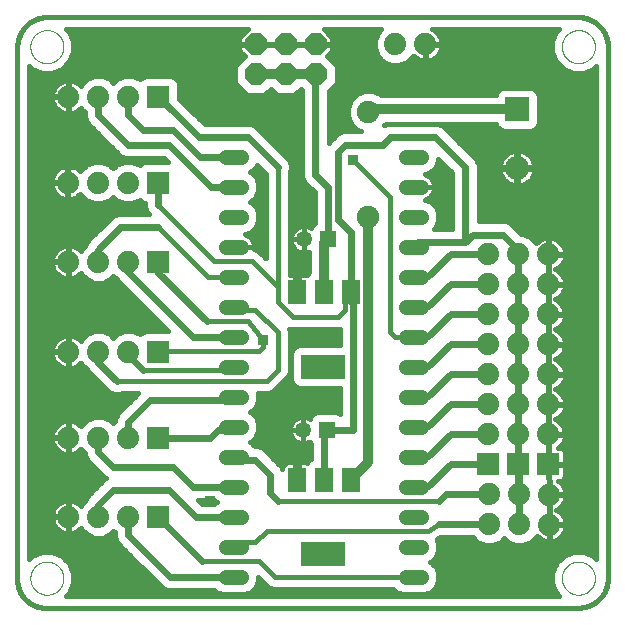
<source format=gbl>
G75*
%MOIN*%
%OFA0B0*%
%FSLAX25Y25*%
%IPPOS*%
%LPD*%
%AMOC8*
5,1,8,0,0,1.08239X$1,22.5*
%
%ADD10C,0.00000*%
%ADD11C,0.01600*%
%ADD12R,0.05315X0.05315*%
%ADD13C,0.05315*%
%ADD14C,0.07500*%
%ADD15R,0.05900X0.07900*%
%ADD16R,0.15000X0.07900*%
%ADD17R,0.08000X0.08000*%
%ADD18C,0.08000*%
%ADD19C,0.05150*%
%ADD20C,0.07400*%
%ADD21OC8,0.07400*%
%ADD22R,0.07400X0.07400*%
%ADD23C,0.02400*%
%ADD24C,0.03200*%
%ADD25R,0.03562X0.03562*%
D10*
X0006143Y0011643D02*
X0006145Y0011791D01*
X0006151Y0011939D01*
X0006161Y0012087D01*
X0006175Y0012234D01*
X0006193Y0012381D01*
X0006214Y0012527D01*
X0006240Y0012673D01*
X0006270Y0012818D01*
X0006303Y0012962D01*
X0006341Y0013105D01*
X0006382Y0013247D01*
X0006427Y0013388D01*
X0006475Y0013528D01*
X0006528Y0013667D01*
X0006584Y0013804D01*
X0006644Y0013939D01*
X0006707Y0014073D01*
X0006774Y0014205D01*
X0006845Y0014335D01*
X0006919Y0014463D01*
X0006996Y0014589D01*
X0007077Y0014713D01*
X0007161Y0014835D01*
X0007248Y0014954D01*
X0007339Y0015071D01*
X0007433Y0015186D01*
X0007529Y0015298D01*
X0007629Y0015408D01*
X0007731Y0015514D01*
X0007837Y0015618D01*
X0007945Y0015719D01*
X0008056Y0015817D01*
X0008169Y0015913D01*
X0008285Y0016005D01*
X0008403Y0016094D01*
X0008524Y0016179D01*
X0008647Y0016262D01*
X0008772Y0016341D01*
X0008899Y0016417D01*
X0009028Y0016489D01*
X0009159Y0016558D01*
X0009292Y0016623D01*
X0009427Y0016684D01*
X0009563Y0016742D01*
X0009700Y0016797D01*
X0009839Y0016847D01*
X0009980Y0016894D01*
X0010121Y0016937D01*
X0010264Y0016977D01*
X0010408Y0017012D01*
X0010552Y0017044D01*
X0010698Y0017071D01*
X0010844Y0017095D01*
X0010991Y0017115D01*
X0011138Y0017131D01*
X0011285Y0017143D01*
X0011433Y0017151D01*
X0011581Y0017155D01*
X0011729Y0017155D01*
X0011877Y0017151D01*
X0012025Y0017143D01*
X0012172Y0017131D01*
X0012319Y0017115D01*
X0012466Y0017095D01*
X0012612Y0017071D01*
X0012758Y0017044D01*
X0012902Y0017012D01*
X0013046Y0016977D01*
X0013189Y0016937D01*
X0013330Y0016894D01*
X0013471Y0016847D01*
X0013610Y0016797D01*
X0013747Y0016742D01*
X0013883Y0016684D01*
X0014018Y0016623D01*
X0014151Y0016558D01*
X0014282Y0016489D01*
X0014411Y0016417D01*
X0014538Y0016341D01*
X0014663Y0016262D01*
X0014786Y0016179D01*
X0014907Y0016094D01*
X0015025Y0016005D01*
X0015141Y0015913D01*
X0015254Y0015817D01*
X0015365Y0015719D01*
X0015473Y0015618D01*
X0015579Y0015514D01*
X0015681Y0015408D01*
X0015781Y0015298D01*
X0015877Y0015186D01*
X0015971Y0015071D01*
X0016062Y0014954D01*
X0016149Y0014835D01*
X0016233Y0014713D01*
X0016314Y0014589D01*
X0016391Y0014463D01*
X0016465Y0014335D01*
X0016536Y0014205D01*
X0016603Y0014073D01*
X0016666Y0013939D01*
X0016726Y0013804D01*
X0016782Y0013667D01*
X0016835Y0013528D01*
X0016883Y0013388D01*
X0016928Y0013247D01*
X0016969Y0013105D01*
X0017007Y0012962D01*
X0017040Y0012818D01*
X0017070Y0012673D01*
X0017096Y0012527D01*
X0017117Y0012381D01*
X0017135Y0012234D01*
X0017149Y0012087D01*
X0017159Y0011939D01*
X0017165Y0011791D01*
X0017167Y0011643D01*
X0017165Y0011495D01*
X0017159Y0011347D01*
X0017149Y0011199D01*
X0017135Y0011052D01*
X0017117Y0010905D01*
X0017096Y0010759D01*
X0017070Y0010613D01*
X0017040Y0010468D01*
X0017007Y0010324D01*
X0016969Y0010181D01*
X0016928Y0010039D01*
X0016883Y0009898D01*
X0016835Y0009758D01*
X0016782Y0009619D01*
X0016726Y0009482D01*
X0016666Y0009347D01*
X0016603Y0009213D01*
X0016536Y0009081D01*
X0016465Y0008951D01*
X0016391Y0008823D01*
X0016314Y0008697D01*
X0016233Y0008573D01*
X0016149Y0008451D01*
X0016062Y0008332D01*
X0015971Y0008215D01*
X0015877Y0008100D01*
X0015781Y0007988D01*
X0015681Y0007878D01*
X0015579Y0007772D01*
X0015473Y0007668D01*
X0015365Y0007567D01*
X0015254Y0007469D01*
X0015141Y0007373D01*
X0015025Y0007281D01*
X0014907Y0007192D01*
X0014786Y0007107D01*
X0014663Y0007024D01*
X0014538Y0006945D01*
X0014411Y0006869D01*
X0014282Y0006797D01*
X0014151Y0006728D01*
X0014018Y0006663D01*
X0013883Y0006602D01*
X0013747Y0006544D01*
X0013610Y0006489D01*
X0013471Y0006439D01*
X0013330Y0006392D01*
X0013189Y0006349D01*
X0013046Y0006309D01*
X0012902Y0006274D01*
X0012758Y0006242D01*
X0012612Y0006215D01*
X0012466Y0006191D01*
X0012319Y0006171D01*
X0012172Y0006155D01*
X0012025Y0006143D01*
X0011877Y0006135D01*
X0011729Y0006131D01*
X0011581Y0006131D01*
X0011433Y0006135D01*
X0011285Y0006143D01*
X0011138Y0006155D01*
X0010991Y0006171D01*
X0010844Y0006191D01*
X0010698Y0006215D01*
X0010552Y0006242D01*
X0010408Y0006274D01*
X0010264Y0006309D01*
X0010121Y0006349D01*
X0009980Y0006392D01*
X0009839Y0006439D01*
X0009700Y0006489D01*
X0009563Y0006544D01*
X0009427Y0006602D01*
X0009292Y0006663D01*
X0009159Y0006728D01*
X0009028Y0006797D01*
X0008899Y0006869D01*
X0008772Y0006945D01*
X0008647Y0007024D01*
X0008524Y0007107D01*
X0008403Y0007192D01*
X0008285Y0007281D01*
X0008169Y0007373D01*
X0008056Y0007469D01*
X0007945Y0007567D01*
X0007837Y0007668D01*
X0007731Y0007772D01*
X0007629Y0007878D01*
X0007529Y0007988D01*
X0007433Y0008100D01*
X0007339Y0008215D01*
X0007248Y0008332D01*
X0007161Y0008451D01*
X0007077Y0008573D01*
X0006996Y0008697D01*
X0006919Y0008823D01*
X0006845Y0008951D01*
X0006774Y0009081D01*
X0006707Y0009213D01*
X0006644Y0009347D01*
X0006584Y0009482D01*
X0006528Y0009619D01*
X0006475Y0009758D01*
X0006427Y0009898D01*
X0006382Y0010039D01*
X0006341Y0010181D01*
X0006303Y0010324D01*
X0006270Y0010468D01*
X0006240Y0010613D01*
X0006214Y0010759D01*
X0006193Y0010905D01*
X0006175Y0011052D01*
X0006161Y0011199D01*
X0006151Y0011347D01*
X0006145Y0011495D01*
X0006143Y0011643D01*
X0006143Y0188808D02*
X0006145Y0188956D01*
X0006151Y0189104D01*
X0006161Y0189252D01*
X0006175Y0189399D01*
X0006193Y0189546D01*
X0006214Y0189692D01*
X0006240Y0189838D01*
X0006270Y0189983D01*
X0006303Y0190127D01*
X0006341Y0190270D01*
X0006382Y0190412D01*
X0006427Y0190553D01*
X0006475Y0190693D01*
X0006528Y0190832D01*
X0006584Y0190969D01*
X0006644Y0191104D01*
X0006707Y0191238D01*
X0006774Y0191370D01*
X0006845Y0191500D01*
X0006919Y0191628D01*
X0006996Y0191754D01*
X0007077Y0191878D01*
X0007161Y0192000D01*
X0007248Y0192119D01*
X0007339Y0192236D01*
X0007433Y0192351D01*
X0007529Y0192463D01*
X0007629Y0192573D01*
X0007731Y0192679D01*
X0007837Y0192783D01*
X0007945Y0192884D01*
X0008056Y0192982D01*
X0008169Y0193078D01*
X0008285Y0193170D01*
X0008403Y0193259D01*
X0008524Y0193344D01*
X0008647Y0193427D01*
X0008772Y0193506D01*
X0008899Y0193582D01*
X0009028Y0193654D01*
X0009159Y0193723D01*
X0009292Y0193788D01*
X0009427Y0193849D01*
X0009563Y0193907D01*
X0009700Y0193962D01*
X0009839Y0194012D01*
X0009980Y0194059D01*
X0010121Y0194102D01*
X0010264Y0194142D01*
X0010408Y0194177D01*
X0010552Y0194209D01*
X0010698Y0194236D01*
X0010844Y0194260D01*
X0010991Y0194280D01*
X0011138Y0194296D01*
X0011285Y0194308D01*
X0011433Y0194316D01*
X0011581Y0194320D01*
X0011729Y0194320D01*
X0011877Y0194316D01*
X0012025Y0194308D01*
X0012172Y0194296D01*
X0012319Y0194280D01*
X0012466Y0194260D01*
X0012612Y0194236D01*
X0012758Y0194209D01*
X0012902Y0194177D01*
X0013046Y0194142D01*
X0013189Y0194102D01*
X0013330Y0194059D01*
X0013471Y0194012D01*
X0013610Y0193962D01*
X0013747Y0193907D01*
X0013883Y0193849D01*
X0014018Y0193788D01*
X0014151Y0193723D01*
X0014282Y0193654D01*
X0014411Y0193582D01*
X0014538Y0193506D01*
X0014663Y0193427D01*
X0014786Y0193344D01*
X0014907Y0193259D01*
X0015025Y0193170D01*
X0015141Y0193078D01*
X0015254Y0192982D01*
X0015365Y0192884D01*
X0015473Y0192783D01*
X0015579Y0192679D01*
X0015681Y0192573D01*
X0015781Y0192463D01*
X0015877Y0192351D01*
X0015971Y0192236D01*
X0016062Y0192119D01*
X0016149Y0192000D01*
X0016233Y0191878D01*
X0016314Y0191754D01*
X0016391Y0191628D01*
X0016465Y0191500D01*
X0016536Y0191370D01*
X0016603Y0191238D01*
X0016666Y0191104D01*
X0016726Y0190969D01*
X0016782Y0190832D01*
X0016835Y0190693D01*
X0016883Y0190553D01*
X0016928Y0190412D01*
X0016969Y0190270D01*
X0017007Y0190127D01*
X0017040Y0189983D01*
X0017070Y0189838D01*
X0017096Y0189692D01*
X0017117Y0189546D01*
X0017135Y0189399D01*
X0017149Y0189252D01*
X0017159Y0189104D01*
X0017165Y0188956D01*
X0017167Y0188808D01*
X0017165Y0188660D01*
X0017159Y0188512D01*
X0017149Y0188364D01*
X0017135Y0188217D01*
X0017117Y0188070D01*
X0017096Y0187924D01*
X0017070Y0187778D01*
X0017040Y0187633D01*
X0017007Y0187489D01*
X0016969Y0187346D01*
X0016928Y0187204D01*
X0016883Y0187063D01*
X0016835Y0186923D01*
X0016782Y0186784D01*
X0016726Y0186647D01*
X0016666Y0186512D01*
X0016603Y0186378D01*
X0016536Y0186246D01*
X0016465Y0186116D01*
X0016391Y0185988D01*
X0016314Y0185862D01*
X0016233Y0185738D01*
X0016149Y0185616D01*
X0016062Y0185497D01*
X0015971Y0185380D01*
X0015877Y0185265D01*
X0015781Y0185153D01*
X0015681Y0185043D01*
X0015579Y0184937D01*
X0015473Y0184833D01*
X0015365Y0184732D01*
X0015254Y0184634D01*
X0015141Y0184538D01*
X0015025Y0184446D01*
X0014907Y0184357D01*
X0014786Y0184272D01*
X0014663Y0184189D01*
X0014538Y0184110D01*
X0014411Y0184034D01*
X0014282Y0183962D01*
X0014151Y0183893D01*
X0014018Y0183828D01*
X0013883Y0183767D01*
X0013747Y0183709D01*
X0013610Y0183654D01*
X0013471Y0183604D01*
X0013330Y0183557D01*
X0013189Y0183514D01*
X0013046Y0183474D01*
X0012902Y0183439D01*
X0012758Y0183407D01*
X0012612Y0183380D01*
X0012466Y0183356D01*
X0012319Y0183336D01*
X0012172Y0183320D01*
X0012025Y0183308D01*
X0011877Y0183300D01*
X0011729Y0183296D01*
X0011581Y0183296D01*
X0011433Y0183300D01*
X0011285Y0183308D01*
X0011138Y0183320D01*
X0010991Y0183336D01*
X0010844Y0183356D01*
X0010698Y0183380D01*
X0010552Y0183407D01*
X0010408Y0183439D01*
X0010264Y0183474D01*
X0010121Y0183514D01*
X0009980Y0183557D01*
X0009839Y0183604D01*
X0009700Y0183654D01*
X0009563Y0183709D01*
X0009427Y0183767D01*
X0009292Y0183828D01*
X0009159Y0183893D01*
X0009028Y0183962D01*
X0008899Y0184034D01*
X0008772Y0184110D01*
X0008647Y0184189D01*
X0008524Y0184272D01*
X0008403Y0184357D01*
X0008285Y0184446D01*
X0008169Y0184538D01*
X0008056Y0184634D01*
X0007945Y0184732D01*
X0007837Y0184833D01*
X0007731Y0184937D01*
X0007629Y0185043D01*
X0007529Y0185153D01*
X0007433Y0185265D01*
X0007339Y0185380D01*
X0007248Y0185497D01*
X0007161Y0185616D01*
X0007077Y0185738D01*
X0006996Y0185862D01*
X0006919Y0185988D01*
X0006845Y0186116D01*
X0006774Y0186246D01*
X0006707Y0186378D01*
X0006644Y0186512D01*
X0006584Y0186647D01*
X0006528Y0186784D01*
X0006475Y0186923D01*
X0006427Y0187063D01*
X0006382Y0187204D01*
X0006341Y0187346D01*
X0006303Y0187489D01*
X0006270Y0187633D01*
X0006240Y0187778D01*
X0006214Y0187924D01*
X0006193Y0188070D01*
X0006175Y0188217D01*
X0006161Y0188364D01*
X0006151Y0188512D01*
X0006145Y0188660D01*
X0006143Y0188808D01*
X0183309Y0188808D02*
X0183311Y0188956D01*
X0183317Y0189104D01*
X0183327Y0189252D01*
X0183341Y0189399D01*
X0183359Y0189546D01*
X0183380Y0189692D01*
X0183406Y0189838D01*
X0183436Y0189983D01*
X0183469Y0190127D01*
X0183507Y0190270D01*
X0183548Y0190412D01*
X0183593Y0190553D01*
X0183641Y0190693D01*
X0183694Y0190832D01*
X0183750Y0190969D01*
X0183810Y0191104D01*
X0183873Y0191238D01*
X0183940Y0191370D01*
X0184011Y0191500D01*
X0184085Y0191628D01*
X0184162Y0191754D01*
X0184243Y0191878D01*
X0184327Y0192000D01*
X0184414Y0192119D01*
X0184505Y0192236D01*
X0184599Y0192351D01*
X0184695Y0192463D01*
X0184795Y0192573D01*
X0184897Y0192679D01*
X0185003Y0192783D01*
X0185111Y0192884D01*
X0185222Y0192982D01*
X0185335Y0193078D01*
X0185451Y0193170D01*
X0185569Y0193259D01*
X0185690Y0193344D01*
X0185813Y0193427D01*
X0185938Y0193506D01*
X0186065Y0193582D01*
X0186194Y0193654D01*
X0186325Y0193723D01*
X0186458Y0193788D01*
X0186593Y0193849D01*
X0186729Y0193907D01*
X0186866Y0193962D01*
X0187005Y0194012D01*
X0187146Y0194059D01*
X0187287Y0194102D01*
X0187430Y0194142D01*
X0187574Y0194177D01*
X0187718Y0194209D01*
X0187864Y0194236D01*
X0188010Y0194260D01*
X0188157Y0194280D01*
X0188304Y0194296D01*
X0188451Y0194308D01*
X0188599Y0194316D01*
X0188747Y0194320D01*
X0188895Y0194320D01*
X0189043Y0194316D01*
X0189191Y0194308D01*
X0189338Y0194296D01*
X0189485Y0194280D01*
X0189632Y0194260D01*
X0189778Y0194236D01*
X0189924Y0194209D01*
X0190068Y0194177D01*
X0190212Y0194142D01*
X0190355Y0194102D01*
X0190496Y0194059D01*
X0190637Y0194012D01*
X0190776Y0193962D01*
X0190913Y0193907D01*
X0191049Y0193849D01*
X0191184Y0193788D01*
X0191317Y0193723D01*
X0191448Y0193654D01*
X0191577Y0193582D01*
X0191704Y0193506D01*
X0191829Y0193427D01*
X0191952Y0193344D01*
X0192073Y0193259D01*
X0192191Y0193170D01*
X0192307Y0193078D01*
X0192420Y0192982D01*
X0192531Y0192884D01*
X0192639Y0192783D01*
X0192745Y0192679D01*
X0192847Y0192573D01*
X0192947Y0192463D01*
X0193043Y0192351D01*
X0193137Y0192236D01*
X0193228Y0192119D01*
X0193315Y0192000D01*
X0193399Y0191878D01*
X0193480Y0191754D01*
X0193557Y0191628D01*
X0193631Y0191500D01*
X0193702Y0191370D01*
X0193769Y0191238D01*
X0193832Y0191104D01*
X0193892Y0190969D01*
X0193948Y0190832D01*
X0194001Y0190693D01*
X0194049Y0190553D01*
X0194094Y0190412D01*
X0194135Y0190270D01*
X0194173Y0190127D01*
X0194206Y0189983D01*
X0194236Y0189838D01*
X0194262Y0189692D01*
X0194283Y0189546D01*
X0194301Y0189399D01*
X0194315Y0189252D01*
X0194325Y0189104D01*
X0194331Y0188956D01*
X0194333Y0188808D01*
X0194331Y0188660D01*
X0194325Y0188512D01*
X0194315Y0188364D01*
X0194301Y0188217D01*
X0194283Y0188070D01*
X0194262Y0187924D01*
X0194236Y0187778D01*
X0194206Y0187633D01*
X0194173Y0187489D01*
X0194135Y0187346D01*
X0194094Y0187204D01*
X0194049Y0187063D01*
X0194001Y0186923D01*
X0193948Y0186784D01*
X0193892Y0186647D01*
X0193832Y0186512D01*
X0193769Y0186378D01*
X0193702Y0186246D01*
X0193631Y0186116D01*
X0193557Y0185988D01*
X0193480Y0185862D01*
X0193399Y0185738D01*
X0193315Y0185616D01*
X0193228Y0185497D01*
X0193137Y0185380D01*
X0193043Y0185265D01*
X0192947Y0185153D01*
X0192847Y0185043D01*
X0192745Y0184937D01*
X0192639Y0184833D01*
X0192531Y0184732D01*
X0192420Y0184634D01*
X0192307Y0184538D01*
X0192191Y0184446D01*
X0192073Y0184357D01*
X0191952Y0184272D01*
X0191829Y0184189D01*
X0191704Y0184110D01*
X0191577Y0184034D01*
X0191448Y0183962D01*
X0191317Y0183893D01*
X0191184Y0183828D01*
X0191049Y0183767D01*
X0190913Y0183709D01*
X0190776Y0183654D01*
X0190637Y0183604D01*
X0190496Y0183557D01*
X0190355Y0183514D01*
X0190212Y0183474D01*
X0190068Y0183439D01*
X0189924Y0183407D01*
X0189778Y0183380D01*
X0189632Y0183356D01*
X0189485Y0183336D01*
X0189338Y0183320D01*
X0189191Y0183308D01*
X0189043Y0183300D01*
X0188895Y0183296D01*
X0188747Y0183296D01*
X0188599Y0183300D01*
X0188451Y0183308D01*
X0188304Y0183320D01*
X0188157Y0183336D01*
X0188010Y0183356D01*
X0187864Y0183380D01*
X0187718Y0183407D01*
X0187574Y0183439D01*
X0187430Y0183474D01*
X0187287Y0183514D01*
X0187146Y0183557D01*
X0187005Y0183604D01*
X0186866Y0183654D01*
X0186729Y0183709D01*
X0186593Y0183767D01*
X0186458Y0183828D01*
X0186325Y0183893D01*
X0186194Y0183962D01*
X0186065Y0184034D01*
X0185938Y0184110D01*
X0185813Y0184189D01*
X0185690Y0184272D01*
X0185569Y0184357D01*
X0185451Y0184446D01*
X0185335Y0184538D01*
X0185222Y0184634D01*
X0185111Y0184732D01*
X0185003Y0184833D01*
X0184897Y0184937D01*
X0184795Y0185043D01*
X0184695Y0185153D01*
X0184599Y0185265D01*
X0184505Y0185380D01*
X0184414Y0185497D01*
X0184327Y0185616D01*
X0184243Y0185738D01*
X0184162Y0185862D01*
X0184085Y0185988D01*
X0184011Y0186116D01*
X0183940Y0186246D01*
X0183873Y0186378D01*
X0183810Y0186512D01*
X0183750Y0186647D01*
X0183694Y0186784D01*
X0183641Y0186923D01*
X0183593Y0187063D01*
X0183548Y0187204D01*
X0183507Y0187346D01*
X0183469Y0187489D01*
X0183436Y0187633D01*
X0183406Y0187778D01*
X0183380Y0187924D01*
X0183359Y0188070D01*
X0183341Y0188217D01*
X0183327Y0188364D01*
X0183317Y0188512D01*
X0183311Y0188660D01*
X0183309Y0188808D01*
X0183309Y0011643D02*
X0183311Y0011791D01*
X0183317Y0011939D01*
X0183327Y0012087D01*
X0183341Y0012234D01*
X0183359Y0012381D01*
X0183380Y0012527D01*
X0183406Y0012673D01*
X0183436Y0012818D01*
X0183469Y0012962D01*
X0183507Y0013105D01*
X0183548Y0013247D01*
X0183593Y0013388D01*
X0183641Y0013528D01*
X0183694Y0013667D01*
X0183750Y0013804D01*
X0183810Y0013939D01*
X0183873Y0014073D01*
X0183940Y0014205D01*
X0184011Y0014335D01*
X0184085Y0014463D01*
X0184162Y0014589D01*
X0184243Y0014713D01*
X0184327Y0014835D01*
X0184414Y0014954D01*
X0184505Y0015071D01*
X0184599Y0015186D01*
X0184695Y0015298D01*
X0184795Y0015408D01*
X0184897Y0015514D01*
X0185003Y0015618D01*
X0185111Y0015719D01*
X0185222Y0015817D01*
X0185335Y0015913D01*
X0185451Y0016005D01*
X0185569Y0016094D01*
X0185690Y0016179D01*
X0185813Y0016262D01*
X0185938Y0016341D01*
X0186065Y0016417D01*
X0186194Y0016489D01*
X0186325Y0016558D01*
X0186458Y0016623D01*
X0186593Y0016684D01*
X0186729Y0016742D01*
X0186866Y0016797D01*
X0187005Y0016847D01*
X0187146Y0016894D01*
X0187287Y0016937D01*
X0187430Y0016977D01*
X0187574Y0017012D01*
X0187718Y0017044D01*
X0187864Y0017071D01*
X0188010Y0017095D01*
X0188157Y0017115D01*
X0188304Y0017131D01*
X0188451Y0017143D01*
X0188599Y0017151D01*
X0188747Y0017155D01*
X0188895Y0017155D01*
X0189043Y0017151D01*
X0189191Y0017143D01*
X0189338Y0017131D01*
X0189485Y0017115D01*
X0189632Y0017095D01*
X0189778Y0017071D01*
X0189924Y0017044D01*
X0190068Y0017012D01*
X0190212Y0016977D01*
X0190355Y0016937D01*
X0190496Y0016894D01*
X0190637Y0016847D01*
X0190776Y0016797D01*
X0190913Y0016742D01*
X0191049Y0016684D01*
X0191184Y0016623D01*
X0191317Y0016558D01*
X0191448Y0016489D01*
X0191577Y0016417D01*
X0191704Y0016341D01*
X0191829Y0016262D01*
X0191952Y0016179D01*
X0192073Y0016094D01*
X0192191Y0016005D01*
X0192307Y0015913D01*
X0192420Y0015817D01*
X0192531Y0015719D01*
X0192639Y0015618D01*
X0192745Y0015514D01*
X0192847Y0015408D01*
X0192947Y0015298D01*
X0193043Y0015186D01*
X0193137Y0015071D01*
X0193228Y0014954D01*
X0193315Y0014835D01*
X0193399Y0014713D01*
X0193480Y0014589D01*
X0193557Y0014463D01*
X0193631Y0014335D01*
X0193702Y0014205D01*
X0193769Y0014073D01*
X0193832Y0013939D01*
X0193892Y0013804D01*
X0193948Y0013667D01*
X0194001Y0013528D01*
X0194049Y0013388D01*
X0194094Y0013247D01*
X0194135Y0013105D01*
X0194173Y0012962D01*
X0194206Y0012818D01*
X0194236Y0012673D01*
X0194262Y0012527D01*
X0194283Y0012381D01*
X0194301Y0012234D01*
X0194315Y0012087D01*
X0194325Y0011939D01*
X0194331Y0011791D01*
X0194333Y0011643D01*
X0194331Y0011495D01*
X0194325Y0011347D01*
X0194315Y0011199D01*
X0194301Y0011052D01*
X0194283Y0010905D01*
X0194262Y0010759D01*
X0194236Y0010613D01*
X0194206Y0010468D01*
X0194173Y0010324D01*
X0194135Y0010181D01*
X0194094Y0010039D01*
X0194049Y0009898D01*
X0194001Y0009758D01*
X0193948Y0009619D01*
X0193892Y0009482D01*
X0193832Y0009347D01*
X0193769Y0009213D01*
X0193702Y0009081D01*
X0193631Y0008951D01*
X0193557Y0008823D01*
X0193480Y0008697D01*
X0193399Y0008573D01*
X0193315Y0008451D01*
X0193228Y0008332D01*
X0193137Y0008215D01*
X0193043Y0008100D01*
X0192947Y0007988D01*
X0192847Y0007878D01*
X0192745Y0007772D01*
X0192639Y0007668D01*
X0192531Y0007567D01*
X0192420Y0007469D01*
X0192307Y0007373D01*
X0192191Y0007281D01*
X0192073Y0007192D01*
X0191952Y0007107D01*
X0191829Y0007024D01*
X0191704Y0006945D01*
X0191577Y0006869D01*
X0191448Y0006797D01*
X0191317Y0006728D01*
X0191184Y0006663D01*
X0191049Y0006602D01*
X0190913Y0006544D01*
X0190776Y0006489D01*
X0190637Y0006439D01*
X0190496Y0006392D01*
X0190355Y0006349D01*
X0190212Y0006309D01*
X0190068Y0006274D01*
X0189924Y0006242D01*
X0189778Y0006215D01*
X0189632Y0006191D01*
X0189485Y0006171D01*
X0189338Y0006155D01*
X0189191Y0006143D01*
X0189043Y0006135D01*
X0188895Y0006131D01*
X0188747Y0006131D01*
X0188599Y0006135D01*
X0188451Y0006143D01*
X0188304Y0006155D01*
X0188157Y0006171D01*
X0188010Y0006191D01*
X0187864Y0006215D01*
X0187718Y0006242D01*
X0187574Y0006274D01*
X0187430Y0006309D01*
X0187287Y0006349D01*
X0187146Y0006392D01*
X0187005Y0006439D01*
X0186866Y0006489D01*
X0186729Y0006544D01*
X0186593Y0006602D01*
X0186458Y0006663D01*
X0186325Y0006728D01*
X0186194Y0006797D01*
X0186065Y0006869D01*
X0185938Y0006945D01*
X0185813Y0007024D01*
X0185690Y0007107D01*
X0185569Y0007192D01*
X0185451Y0007281D01*
X0185335Y0007373D01*
X0185222Y0007469D01*
X0185111Y0007567D01*
X0185003Y0007668D01*
X0184897Y0007772D01*
X0184795Y0007878D01*
X0184695Y0007988D01*
X0184599Y0008100D01*
X0184505Y0008215D01*
X0184414Y0008332D01*
X0184327Y0008451D01*
X0184243Y0008573D01*
X0184162Y0008697D01*
X0184085Y0008823D01*
X0184011Y0008951D01*
X0183940Y0009081D01*
X0183873Y0009213D01*
X0183810Y0009347D01*
X0183750Y0009482D01*
X0183694Y0009619D01*
X0183641Y0009758D01*
X0183593Y0009898D01*
X0183548Y0010039D01*
X0183507Y0010181D01*
X0183469Y0010324D01*
X0183436Y0010468D01*
X0183406Y0010613D01*
X0183380Y0010759D01*
X0183359Y0010905D01*
X0183341Y0011052D01*
X0183327Y0011199D01*
X0183317Y0011347D01*
X0183311Y0011495D01*
X0183309Y0011643D01*
D11*
X0188821Y0001800D02*
X0010671Y0001800D01*
X0018133Y0005800D02*
X0019041Y0006708D01*
X0020367Y0009910D01*
X0020367Y0013375D01*
X0019041Y0016577D01*
X0016590Y0019028D01*
X0013388Y0020354D01*
X0009923Y0020354D01*
X0006721Y0019028D01*
X0005813Y0018120D01*
X0005813Y0182330D01*
X0006721Y0181422D01*
X0009923Y0180096D01*
X0013388Y0180096D01*
X0016590Y0181422D01*
X0019041Y0183873D01*
X0020367Y0187075D01*
X0020367Y0190541D01*
X0019041Y0193743D01*
X0018133Y0194650D01*
X0078637Y0194650D01*
X0075840Y0191854D01*
X0075840Y0189776D01*
X0081140Y0189776D01*
X0081140Y0189376D01*
X0075840Y0189376D01*
X0075840Y0187297D01*
X0077572Y0185566D01*
X0074440Y0182434D01*
X0074440Y0176718D01*
X0078482Y0172676D01*
X0084199Y0172676D01*
X0086299Y0174776D01*
X0086382Y0174776D01*
X0088482Y0172676D01*
X0094199Y0172676D01*
X0096299Y0174776D01*
X0096382Y0174776D01*
X0096763Y0174395D01*
X0096763Y0145275D01*
X0097433Y0143658D01*
X0098671Y0142420D01*
X0100877Y0140214D01*
X0100877Y0129975D01*
X0100807Y0129946D01*
X0099907Y0129046D01*
X0099653Y0128432D01*
X0099115Y0128706D01*
X0098447Y0128923D01*
X0097754Y0129033D01*
X0097404Y0129033D01*
X0097404Y0124576D01*
X0097403Y0124576D01*
X0097403Y0124576D01*
X0092946Y0124576D01*
X0092946Y0124926D01*
X0093056Y0125619D01*
X0093273Y0126287D01*
X0093591Y0126912D01*
X0094004Y0127479D01*
X0094500Y0127976D01*
X0095067Y0128388D01*
X0095692Y0128706D01*
X0096360Y0128923D01*
X0097053Y0129033D01*
X0097403Y0129033D01*
X0097403Y0124576D01*
X0092946Y0124576D01*
X0092946Y0124225D01*
X0093056Y0123532D01*
X0093273Y0122865D01*
X0093591Y0122239D01*
X0094004Y0121672D01*
X0094500Y0121176D01*
X0095067Y0120763D01*
X0095692Y0120445D01*
X0096360Y0120228D01*
X0097053Y0120118D01*
X0097403Y0120118D01*
X0097403Y0124575D01*
X0097404Y0124575D01*
X0097404Y0120118D01*
X0097754Y0120118D01*
X0098447Y0120228D01*
X0099115Y0120445D01*
X0099140Y0120458D01*
X0099140Y0113601D01*
X0098278Y0112738D01*
X0098258Y0112691D01*
X0098127Y0112726D01*
X0095615Y0112726D01*
X0095615Y0107651D01*
X0094265Y0107651D01*
X0094265Y0112726D01*
X0092663Y0112726D01*
X0092663Y0146809D01*
X0093063Y0147775D01*
X0093063Y0149526D01*
X0092393Y0151143D01*
X0081156Y0162381D01*
X0079539Y0163050D01*
X0064214Y0163050D01*
X0056762Y0170377D01*
X0055740Y0171398D01*
X0055740Y0176412D01*
X0055253Y0177588D01*
X0054353Y0178488D01*
X0053177Y0178976D01*
X0044504Y0178976D01*
X0043328Y0178488D01*
X0042757Y0177917D01*
X0042749Y0177925D01*
X0040213Y0178976D01*
X0037468Y0178976D01*
X0034932Y0177925D01*
X0033840Y0176834D01*
X0032749Y0177925D01*
X0030213Y0178976D01*
X0027468Y0178976D01*
X0024932Y0177925D01*
X0022991Y0175984D01*
X0022909Y0175786D01*
X0022423Y0176271D01*
X0021723Y0176780D01*
X0020952Y0177173D01*
X0020128Y0177440D01*
X0019273Y0177576D01*
X0019040Y0177576D01*
X0019040Y0172276D01*
X0018640Y0172276D01*
X0018640Y0171876D01*
X0013340Y0171876D01*
X0013340Y0171643D01*
X0013476Y0170788D01*
X0013743Y0169964D01*
X0014136Y0169193D01*
X0014645Y0168493D01*
X0015257Y0167880D01*
X0015958Y0167372D01*
X0016729Y0166979D01*
X0017553Y0166711D01*
X0018408Y0166576D01*
X0018640Y0166576D01*
X0018640Y0171876D01*
X0019040Y0171876D01*
X0019040Y0166576D01*
X0019273Y0166576D01*
X0020128Y0166711D01*
X0020952Y0166979D01*
X0021723Y0167372D01*
X0022423Y0167880D01*
X0022909Y0168366D01*
X0022991Y0168167D01*
X0024263Y0166895D01*
X0024263Y0165275D01*
X0024933Y0163658D01*
X0026171Y0162420D01*
X0036171Y0152420D01*
X0037788Y0151750D01*
X0050591Y0151750D01*
X0051929Y0150413D01*
X0044317Y0150413D01*
X0043141Y0149925D01*
X0042570Y0149354D01*
X0042562Y0149362D01*
X0040026Y0150413D01*
X0037281Y0150413D01*
X0034745Y0149362D01*
X0033653Y0148271D01*
X0032562Y0149362D01*
X0030026Y0150413D01*
X0027281Y0150413D01*
X0024745Y0149362D01*
X0022804Y0147421D01*
X0022722Y0147223D01*
X0022236Y0147708D01*
X0021536Y0148217D01*
X0020765Y0148610D01*
X0019941Y0148877D01*
X0019086Y0149013D01*
X0018853Y0149013D01*
X0018853Y0143713D01*
X0018453Y0143713D01*
X0018453Y0143313D01*
X0013153Y0143313D01*
X0013153Y0143080D01*
X0013289Y0142225D01*
X0013556Y0141401D01*
X0013949Y0140630D01*
X0014458Y0139930D01*
X0015070Y0139317D01*
X0015771Y0138809D01*
X0016542Y0138416D01*
X0017366Y0138148D01*
X0018221Y0138013D01*
X0018453Y0138013D01*
X0018453Y0143313D01*
X0018853Y0143313D01*
X0018853Y0138013D01*
X0019086Y0138013D01*
X0019941Y0138148D01*
X0020765Y0138416D01*
X0021536Y0138809D01*
X0022236Y0139317D01*
X0022722Y0139803D01*
X0022804Y0139604D01*
X0024745Y0137663D01*
X0027281Y0136613D01*
X0030026Y0136613D01*
X0032562Y0137663D01*
X0033653Y0138755D01*
X0034745Y0137663D01*
X0037281Y0136613D01*
X0040026Y0136613D01*
X0042562Y0137663D01*
X0042570Y0137671D01*
X0043141Y0137100D01*
X0044253Y0136639D01*
X0044253Y0135285D01*
X0044923Y0133668D01*
X0045541Y0133050D01*
X0035288Y0133050D01*
X0033671Y0132381D01*
X0026171Y0124881D01*
X0024933Y0123643D01*
X0024427Y0122420D01*
X0022991Y0120984D01*
X0022909Y0120786D01*
X0022423Y0121271D01*
X0021723Y0121780D01*
X0020952Y0122173D01*
X0020128Y0122440D01*
X0019273Y0122576D01*
X0019040Y0122576D01*
X0019040Y0117276D01*
X0018640Y0117276D01*
X0018640Y0116876D01*
X0013340Y0116876D01*
X0013340Y0116643D01*
X0013476Y0115788D01*
X0013743Y0114964D01*
X0014136Y0114193D01*
X0014645Y0113493D01*
X0015257Y0112880D01*
X0015958Y0112372D01*
X0016729Y0111979D01*
X0017553Y0111711D01*
X0018408Y0111576D01*
X0018640Y0111576D01*
X0018640Y0116876D01*
X0019040Y0116876D01*
X0019040Y0111576D01*
X0019273Y0111576D01*
X0020128Y0111711D01*
X0020952Y0111979D01*
X0021723Y0112372D01*
X0022423Y0112880D01*
X0022909Y0113366D01*
X0022991Y0113167D01*
X0024932Y0111226D01*
X0027468Y0110176D01*
X0030213Y0110176D01*
X0032749Y0111226D01*
X0033840Y0112318D01*
X0034886Y0111272D01*
X0034933Y0111158D01*
X0036171Y0109920D01*
X0052116Y0093976D01*
X0044504Y0093976D01*
X0043328Y0093488D01*
X0042757Y0092917D01*
X0042749Y0092925D01*
X0040213Y0093976D01*
X0037468Y0093976D01*
X0034932Y0092925D01*
X0033840Y0091834D01*
X0032749Y0092925D01*
X0030213Y0093976D01*
X0027468Y0093976D01*
X0024932Y0092925D01*
X0022991Y0090984D01*
X0022909Y0090786D01*
X0022423Y0091271D01*
X0021723Y0091780D01*
X0020952Y0092173D01*
X0020128Y0092440D01*
X0019273Y0092576D01*
X0019040Y0092576D01*
X0019040Y0087276D01*
X0018640Y0087276D01*
X0018640Y0086876D01*
X0013340Y0086876D01*
X0013340Y0086643D01*
X0013476Y0085788D01*
X0013743Y0084964D01*
X0014136Y0084193D01*
X0014645Y0083493D01*
X0015257Y0082880D01*
X0015958Y0082372D01*
X0016729Y0081979D01*
X0017553Y0081711D01*
X0018408Y0081576D01*
X0018640Y0081576D01*
X0018640Y0086876D01*
X0019040Y0086876D01*
X0019040Y0081576D01*
X0019273Y0081576D01*
X0020128Y0081711D01*
X0020952Y0081979D01*
X0021723Y0082372D01*
X0022423Y0082880D01*
X0022909Y0083366D01*
X0022991Y0083167D01*
X0024932Y0081226D01*
X0025025Y0081188D01*
X0025110Y0080981D01*
X0032421Y0073670D01*
X0034038Y0073000D01*
X0035789Y0073000D01*
X0036754Y0073400D01*
X0042191Y0073400D01*
X0035110Y0066320D01*
X0034440Y0064703D01*
X0034440Y0063871D01*
X0033840Y0063271D01*
X0032749Y0064362D01*
X0030213Y0065413D01*
X0027468Y0065413D01*
X0024932Y0064362D01*
X0022991Y0062421D01*
X0022909Y0062223D01*
X0022423Y0062708D01*
X0021723Y0063217D01*
X0020952Y0063610D01*
X0020128Y0063877D01*
X0019273Y0064013D01*
X0019040Y0064013D01*
X0019040Y0058713D01*
X0018640Y0058713D01*
X0018640Y0058313D01*
X0013340Y0058313D01*
X0013340Y0058080D01*
X0013476Y0057225D01*
X0013743Y0056401D01*
X0014136Y0055630D01*
X0014645Y0054930D01*
X0015257Y0054317D01*
X0015958Y0053809D01*
X0016729Y0053416D01*
X0017553Y0053148D01*
X0018408Y0053013D01*
X0018640Y0053013D01*
X0018640Y0058313D01*
X0019040Y0058313D01*
X0019040Y0053013D01*
X0019273Y0053013D01*
X0020128Y0053148D01*
X0020952Y0053416D01*
X0021723Y0053809D01*
X0022423Y0054317D01*
X0022909Y0054803D01*
X0022991Y0054604D01*
X0024249Y0053346D01*
X0024234Y0052936D01*
X0024263Y0052858D01*
X0024263Y0052775D01*
X0024568Y0052041D01*
X0024845Y0051295D01*
X0024901Y0051235D01*
X0024933Y0051158D01*
X0025496Y0050596D01*
X0026037Y0050013D01*
X0026112Y0049979D01*
X0031171Y0044920D01*
X0031219Y0044900D01*
X0031171Y0044881D01*
X0026171Y0039881D01*
X0024933Y0038643D01*
X0024427Y0037420D01*
X0022991Y0035984D01*
X0022909Y0035786D01*
X0022423Y0036271D01*
X0021723Y0036780D01*
X0020952Y0037173D01*
X0020128Y0037440D01*
X0019273Y0037576D01*
X0019040Y0037576D01*
X0019040Y0032276D01*
X0018640Y0032276D01*
X0018640Y0031876D01*
X0013340Y0031876D01*
X0013340Y0031643D01*
X0013476Y0030788D01*
X0013743Y0029964D01*
X0014136Y0029193D01*
X0014645Y0028493D01*
X0015257Y0027880D01*
X0015958Y0027372D01*
X0016729Y0026979D01*
X0017553Y0026711D01*
X0018408Y0026576D01*
X0018640Y0026576D01*
X0018640Y0031876D01*
X0019040Y0031876D01*
X0019040Y0026576D01*
X0019273Y0026576D01*
X0020128Y0026711D01*
X0020952Y0026979D01*
X0021723Y0027372D01*
X0022423Y0027880D01*
X0022909Y0028366D01*
X0022991Y0028167D01*
X0024932Y0026226D01*
X0027468Y0025176D01*
X0030213Y0025176D01*
X0032749Y0026226D01*
X0033840Y0027318D01*
X0034263Y0026895D01*
X0034263Y0025275D01*
X0034933Y0023658D01*
X0036171Y0022420D01*
X0050246Y0008345D01*
X0051863Y0007676D01*
X0067499Y0007676D01*
X0067995Y0007180D01*
X0070117Y0006301D01*
X0077564Y0006301D01*
X0079686Y0007180D01*
X0081311Y0008804D01*
X0082190Y0010927D01*
X0082190Y0011967D01*
X0085472Y0008685D01*
X0086942Y0008076D01*
X0127099Y0008076D01*
X0127995Y0007180D01*
X0130117Y0006301D01*
X0137564Y0006301D01*
X0139686Y0007180D01*
X0141311Y0008804D01*
X0142190Y0010927D01*
X0142190Y0013224D01*
X0141311Y0015347D01*
X0139686Y0016971D01*
X0139434Y0017076D01*
X0139686Y0017180D01*
X0141311Y0018804D01*
X0142190Y0020927D01*
X0142190Y0023224D01*
X0141636Y0024561D01*
X0142782Y0025304D01*
X0153650Y0025304D01*
X0155099Y0023854D01*
X0157635Y0022804D01*
X0160380Y0022804D01*
X0162916Y0023854D01*
X0164025Y0024963D01*
X0165227Y0023760D01*
X0167763Y0022710D01*
X0170508Y0022710D01*
X0173044Y0023760D01*
X0174985Y0025702D01*
X0175036Y0025824D01*
X0175563Y0025297D01*
X0176263Y0024788D01*
X0177034Y0024395D01*
X0177858Y0024127D01*
X0178713Y0023992D01*
X0178946Y0023992D01*
X0178946Y0029292D01*
X0179346Y0029292D01*
X0179346Y0029692D01*
X0184646Y0029692D01*
X0184646Y0029925D01*
X0184510Y0030780D01*
X0184243Y0031603D01*
X0183850Y0032375D01*
X0183341Y0033075D01*
X0182729Y0033687D01*
X0182028Y0034196D01*
X0181447Y0034492D01*
X0182028Y0034788D01*
X0182729Y0035297D01*
X0183341Y0035909D01*
X0183850Y0036609D01*
X0184243Y0037381D01*
X0184510Y0038204D01*
X0184646Y0039059D01*
X0184646Y0039292D01*
X0179346Y0039292D01*
X0179346Y0039692D01*
X0184646Y0039692D01*
X0184646Y0039925D01*
X0184510Y0040780D01*
X0184243Y0041603D01*
X0183850Y0042375D01*
X0183341Y0043075D01*
X0182729Y0043687D01*
X0182194Y0044076D01*
X0182777Y0044076D01*
X0183235Y0044198D01*
X0183646Y0044435D01*
X0183981Y0044770D01*
X0184218Y0045181D01*
X0184340Y0045639D01*
X0184340Y0049376D01*
X0179041Y0049376D01*
X0179041Y0049776D01*
X0184340Y0049776D01*
X0184340Y0053513D01*
X0184218Y0053970D01*
X0183981Y0054381D01*
X0183646Y0054716D01*
X0183235Y0054953D01*
X0182777Y0055076D01*
X0182004Y0055076D01*
X0182423Y0055380D01*
X0183036Y0055993D01*
X0183545Y0056693D01*
X0183938Y0057464D01*
X0184205Y0058288D01*
X0184340Y0059143D01*
X0184340Y0059376D01*
X0179041Y0059376D01*
X0179041Y0059776D01*
X0184340Y0059776D01*
X0184340Y0060008D01*
X0184205Y0060864D01*
X0183938Y0061687D01*
X0183545Y0062458D01*
X0183036Y0063159D01*
X0182423Y0063771D01*
X0181723Y0064280D01*
X0181142Y0064576D01*
X0181723Y0064872D01*
X0182423Y0065380D01*
X0183036Y0065993D01*
X0183545Y0066693D01*
X0183938Y0067464D01*
X0184205Y0068288D01*
X0184340Y0069143D01*
X0184340Y0069376D01*
X0179041Y0069376D01*
X0179041Y0069776D01*
X0184340Y0069776D01*
X0184340Y0070008D01*
X0184205Y0070864D01*
X0183938Y0071687D01*
X0183545Y0072458D01*
X0183036Y0073159D01*
X0182423Y0073771D01*
X0181723Y0074280D01*
X0181142Y0074576D01*
X0181723Y0074872D01*
X0182423Y0075380D01*
X0183036Y0075993D01*
X0183545Y0076693D01*
X0183938Y0077464D01*
X0184205Y0078288D01*
X0184340Y0079143D01*
X0184340Y0079376D01*
X0179041Y0079376D01*
X0179041Y0079776D01*
X0184340Y0079776D01*
X0184340Y0080008D01*
X0184205Y0080864D01*
X0183938Y0081687D01*
X0183545Y0082458D01*
X0183036Y0083159D01*
X0182423Y0083771D01*
X0181723Y0084280D01*
X0181142Y0084576D01*
X0181723Y0084872D01*
X0182423Y0085380D01*
X0183036Y0085993D01*
X0183545Y0086693D01*
X0183938Y0087464D01*
X0184205Y0088288D01*
X0184340Y0089143D01*
X0184340Y0089376D01*
X0179041Y0089376D01*
X0179041Y0089776D01*
X0184340Y0089776D01*
X0184340Y0090008D01*
X0184205Y0090864D01*
X0183938Y0091687D01*
X0183545Y0092458D01*
X0183036Y0093159D01*
X0182423Y0093771D01*
X0181723Y0094280D01*
X0181142Y0094576D01*
X0181723Y0094872D01*
X0182423Y0095380D01*
X0183036Y0095993D01*
X0183545Y0096693D01*
X0183938Y0097464D01*
X0184205Y0098288D01*
X0184340Y0099143D01*
X0184340Y0099376D01*
X0179041Y0099376D01*
X0179041Y0099776D01*
X0184340Y0099776D01*
X0184340Y0100008D01*
X0184205Y0100864D01*
X0183938Y0101687D01*
X0183545Y0102458D01*
X0183036Y0103159D01*
X0182423Y0103771D01*
X0181723Y0104280D01*
X0181142Y0104576D01*
X0181723Y0104872D01*
X0182423Y0105380D01*
X0183036Y0105993D01*
X0183545Y0106693D01*
X0183938Y0107464D01*
X0184205Y0108288D01*
X0184340Y0109143D01*
X0184340Y0109376D01*
X0179041Y0109376D01*
X0179041Y0109776D01*
X0184340Y0109776D01*
X0184340Y0110008D01*
X0184205Y0110864D01*
X0183938Y0111687D01*
X0183545Y0112458D01*
X0183036Y0113159D01*
X0182423Y0113771D01*
X0181723Y0114280D01*
X0181142Y0114576D01*
X0181723Y0114872D01*
X0182423Y0115380D01*
X0183036Y0115993D01*
X0183545Y0116693D01*
X0183938Y0117464D01*
X0184205Y0118288D01*
X0184340Y0119143D01*
X0184340Y0119376D01*
X0179041Y0119376D01*
X0179041Y0119776D01*
X0184340Y0119776D01*
X0184340Y0120008D01*
X0184205Y0120864D01*
X0183938Y0121687D01*
X0183545Y0122458D01*
X0183036Y0123159D01*
X0182423Y0123771D01*
X0181723Y0124280D01*
X0180952Y0124673D01*
X0180128Y0124940D01*
X0179273Y0125076D01*
X0179040Y0125076D01*
X0179040Y0119776D01*
X0178640Y0119776D01*
X0178640Y0125076D01*
X0178408Y0125076D01*
X0177553Y0124940D01*
X0176729Y0124673D01*
X0175958Y0124280D01*
X0175257Y0123771D01*
X0174772Y0123286D01*
X0174690Y0123484D01*
X0172749Y0125425D01*
X0170213Y0126476D01*
X0169561Y0126476D01*
X0167393Y0128643D01*
X0166156Y0129881D01*
X0164539Y0130550D01*
X0155563Y0130550D01*
X0155563Y0149526D01*
X0154893Y0151143D01*
X0153656Y0152381D01*
X0143656Y0162381D01*
X0142039Y0163050D01*
X0125288Y0163050D01*
X0124189Y0162595D01*
X0124732Y0163139D01*
X0124750Y0163181D01*
X0161334Y0163181D01*
X0161754Y0162168D01*
X0162654Y0161268D01*
X0163830Y0160781D01*
X0173103Y0160781D01*
X0174279Y0161268D01*
X0175179Y0162168D01*
X0175666Y0163345D01*
X0175666Y0172618D01*
X0175179Y0173794D01*
X0174279Y0174694D01*
X0173103Y0175181D01*
X0163830Y0175181D01*
X0162654Y0174694D01*
X0161754Y0173794D01*
X0161334Y0172781D01*
X0122964Y0172781D01*
X0122777Y0172968D01*
X0120223Y0174026D01*
X0117458Y0174026D01*
X0114904Y0172968D01*
X0112949Y0171012D01*
X0111890Y0168458D01*
X0111890Y0165693D01*
X0112949Y0163139D01*
X0114904Y0161184D01*
X0116433Y0160550D01*
X0110288Y0160550D01*
X0108671Y0159881D01*
X0107433Y0158643D01*
X0107433Y0158643D01*
X0106171Y0157381D01*
X0105563Y0156773D01*
X0105563Y0174040D01*
X0108240Y0176718D01*
X0108240Y0182434D01*
X0105109Y0185566D01*
X0106840Y0187297D01*
X0106840Y0189376D01*
X0101541Y0189376D01*
X0101541Y0189776D01*
X0106840Y0189776D01*
X0106840Y0191854D01*
X0104044Y0194650D01*
X0123094Y0194650D01*
X0121928Y0193484D01*
X0120877Y0190948D01*
X0120877Y0188203D01*
X0121928Y0185667D01*
X0123869Y0183726D01*
X0126405Y0182676D01*
X0129150Y0182676D01*
X0131686Y0183726D01*
X0133627Y0185667D01*
X0133709Y0185866D01*
X0134194Y0185380D01*
X0134895Y0184872D01*
X0135666Y0184479D01*
X0136490Y0184211D01*
X0137345Y0184076D01*
X0137577Y0184076D01*
X0137577Y0189376D01*
X0137977Y0189376D01*
X0137977Y0184076D01*
X0138210Y0184076D01*
X0139065Y0184211D01*
X0139889Y0184479D01*
X0140660Y0184872D01*
X0141360Y0185380D01*
X0141973Y0185993D01*
X0142482Y0186693D01*
X0142875Y0187464D01*
X0143142Y0188288D01*
X0143277Y0189143D01*
X0143277Y0189376D01*
X0137978Y0189376D01*
X0137978Y0189776D01*
X0143277Y0189776D01*
X0143277Y0190008D01*
X0143142Y0190864D01*
X0142875Y0191687D01*
X0142482Y0192458D01*
X0141973Y0193159D01*
X0141360Y0193771D01*
X0140660Y0194280D01*
X0139932Y0194650D01*
X0182343Y0194650D01*
X0181435Y0193743D01*
X0180109Y0190541D01*
X0180109Y0187075D01*
X0181435Y0183873D01*
X0183886Y0181422D01*
X0187088Y0180096D01*
X0190554Y0180096D01*
X0193756Y0181422D01*
X0194663Y0182330D01*
X0194663Y0018120D01*
X0193756Y0019028D01*
X0190554Y0020354D01*
X0187088Y0020354D01*
X0183886Y0019028D01*
X0181435Y0016577D01*
X0180109Y0013375D01*
X0180109Y0009910D01*
X0181435Y0006708D01*
X0182343Y0005800D01*
X0018133Y0005800D01*
X0018929Y0006596D02*
X0069405Y0006596D01*
X0078276Y0006596D02*
X0129405Y0006596D01*
X0133840Y0012076D02*
X0087738Y0012076D01*
X0082413Y0017400D01*
X0063516Y0017400D01*
X0073840Y0022076D02*
X0075415Y0023650D01*
X0081163Y0023650D01*
X0084913Y0027400D01*
X0138663Y0027400D01*
X0142216Y0029704D01*
X0141795Y0024179D02*
X0154774Y0024179D01*
X0163241Y0024179D02*
X0164809Y0024179D01*
X0173463Y0024179D02*
X0177698Y0024179D01*
X0178946Y0024179D02*
X0179346Y0024179D01*
X0179346Y0023992D02*
X0179578Y0023992D01*
X0180434Y0024127D01*
X0181257Y0024395D01*
X0182028Y0024788D01*
X0182729Y0025297D01*
X0183341Y0025909D01*
X0183850Y0026609D01*
X0184243Y0027381D01*
X0184510Y0028204D01*
X0184646Y0029059D01*
X0184646Y0029292D01*
X0179346Y0029292D01*
X0179346Y0023992D01*
X0180593Y0024179D02*
X0194663Y0024179D01*
X0194663Y0022581D02*
X0142190Y0022581D01*
X0142190Y0020982D02*
X0194663Y0020982D01*
X0194663Y0019384D02*
X0192897Y0019384D01*
X0194663Y0025778D02*
X0183210Y0025778D01*
X0184240Y0027376D02*
X0194663Y0027376D01*
X0194663Y0028975D02*
X0184632Y0028975D01*
X0184543Y0030573D02*
X0194663Y0030573D01*
X0194663Y0032172D02*
X0183953Y0032172D01*
X0182614Y0033770D02*
X0194663Y0033770D01*
X0194663Y0035369D02*
X0182801Y0035369D01*
X0184032Y0036967D02*
X0194663Y0036967D01*
X0194663Y0038566D02*
X0184567Y0038566D01*
X0184608Y0040164D02*
X0194663Y0040164D01*
X0194663Y0041763D02*
X0184161Y0041763D01*
X0183054Y0043361D02*
X0194663Y0043361D01*
X0194663Y0044960D02*
X0184090Y0044960D01*
X0184340Y0046558D02*
X0194663Y0046558D01*
X0194663Y0048157D02*
X0184340Y0048157D01*
X0184340Y0051354D02*
X0194663Y0051354D01*
X0194663Y0052952D02*
X0184340Y0052952D01*
X0183811Y0054551D02*
X0194663Y0054551D01*
X0194663Y0056149D02*
X0183150Y0056149D01*
X0184030Y0057748D02*
X0194663Y0057748D01*
X0194663Y0059346D02*
X0184340Y0059346D01*
X0184179Y0060945D02*
X0194663Y0060945D01*
X0194663Y0062543D02*
X0183483Y0062543D01*
X0181913Y0064142D02*
X0194663Y0064142D01*
X0194663Y0065740D02*
X0182784Y0065740D01*
X0183874Y0067339D02*
X0194663Y0067339D01*
X0194663Y0068937D02*
X0184308Y0068937D01*
X0184257Y0070536D02*
X0194663Y0070536D01*
X0194663Y0072134D02*
X0183709Y0072134D01*
X0182461Y0073733D02*
X0194663Y0073733D01*
X0194663Y0075332D02*
X0182356Y0075332D01*
X0183665Y0076930D02*
X0194663Y0076930D01*
X0194663Y0078529D02*
X0184243Y0078529D01*
X0184322Y0080127D02*
X0194663Y0080127D01*
X0194663Y0081726D02*
X0183918Y0081726D01*
X0182870Y0083324D02*
X0194663Y0083324D01*
X0194663Y0084923D02*
X0181793Y0084923D01*
X0183420Y0086521D02*
X0194663Y0086521D01*
X0194663Y0088120D02*
X0184150Y0088120D01*
X0184058Y0091317D02*
X0194663Y0091317D01*
X0194663Y0092915D02*
X0183213Y0092915D01*
X0181264Y0094514D02*
X0194663Y0094514D01*
X0194663Y0096112D02*
X0183123Y0096112D01*
X0184018Y0097711D02*
X0194663Y0097711D01*
X0194663Y0099309D02*
X0184340Y0099309D01*
X0184191Y0100908D02*
X0194663Y0100908D01*
X0194663Y0102506D02*
X0183510Y0102506D01*
X0181964Y0104105D02*
X0194663Y0104105D01*
X0194663Y0105703D02*
X0182746Y0105703D01*
X0183855Y0107302D02*
X0194663Y0107302D01*
X0194663Y0108900D02*
X0184302Y0108900D01*
X0184263Y0110499D02*
X0194663Y0110499D01*
X0194663Y0112097D02*
X0183728Y0112097D01*
X0182498Y0113696D02*
X0194663Y0113696D01*
X0194663Y0115294D02*
X0182305Y0115294D01*
X0183646Y0116893D02*
X0194663Y0116893D01*
X0194663Y0118491D02*
X0184237Y0118491D01*
X0184328Y0120090D02*
X0194663Y0120090D01*
X0194663Y0121688D02*
X0183937Y0121688D01*
X0182907Y0123287D02*
X0194663Y0123287D01*
X0194663Y0124885D02*
X0180297Y0124885D01*
X0179040Y0124885D02*
X0178640Y0124885D01*
X0177384Y0124885D02*
X0173289Y0124885D01*
X0174772Y0123287D02*
X0174774Y0123287D01*
X0178640Y0123287D02*
X0179040Y0123287D01*
X0179040Y0121688D02*
X0178640Y0121688D01*
X0178640Y0120090D02*
X0179040Y0120090D01*
X0179040Y0119376D02*
X0179040Y0114076D01*
X0179040Y0109776D01*
X0178640Y0109776D01*
X0178640Y0119376D01*
X0179040Y0119376D01*
X0179040Y0118491D02*
X0178640Y0118491D01*
X0178640Y0116893D02*
X0179040Y0116893D01*
X0179040Y0115294D02*
X0178640Y0115294D01*
X0178640Y0113696D02*
X0179040Y0113696D01*
X0179040Y0112097D02*
X0178640Y0112097D01*
X0178640Y0110499D02*
X0179040Y0110499D01*
X0179040Y0109376D02*
X0179040Y0104076D01*
X0179040Y0099776D01*
X0178640Y0099776D01*
X0178640Y0109376D01*
X0179040Y0109376D01*
X0179040Y0108900D02*
X0178640Y0108900D01*
X0178640Y0107302D02*
X0179040Y0107302D01*
X0179040Y0105703D02*
X0178640Y0105703D01*
X0178640Y0104105D02*
X0179040Y0104105D01*
X0179040Y0102506D02*
X0178640Y0102506D01*
X0178640Y0100908D02*
X0179040Y0100908D01*
X0179040Y0099376D02*
X0179040Y0094076D01*
X0179040Y0089776D01*
X0178640Y0089776D01*
X0178640Y0099376D01*
X0179040Y0099376D01*
X0179040Y0099309D02*
X0178640Y0099309D01*
X0178640Y0097711D02*
X0179040Y0097711D01*
X0179040Y0096112D02*
X0178640Y0096112D01*
X0178640Y0094514D02*
X0179040Y0094514D01*
X0179040Y0092915D02*
X0178640Y0092915D01*
X0178640Y0091317D02*
X0179040Y0091317D01*
X0179041Y0089718D02*
X0194663Y0089718D01*
X0179040Y0089376D02*
X0179040Y0084076D01*
X0179040Y0079776D01*
X0178640Y0079776D01*
X0178640Y0089376D01*
X0179040Y0089376D01*
X0179040Y0088120D02*
X0178640Y0088120D01*
X0178640Y0086521D02*
X0179040Y0086521D01*
X0179040Y0084923D02*
X0178640Y0084923D01*
X0178640Y0083324D02*
X0179040Y0083324D01*
X0179040Y0081726D02*
X0178640Y0081726D01*
X0178640Y0080127D02*
X0179040Y0080127D01*
X0179040Y0079376D02*
X0179040Y0075076D01*
X0179040Y0069776D01*
X0178640Y0069776D01*
X0178640Y0079376D01*
X0179040Y0079376D01*
X0179040Y0078529D02*
X0178640Y0078529D01*
X0178640Y0076930D02*
X0179040Y0076930D01*
X0179040Y0075332D02*
X0178640Y0075332D01*
X0178640Y0073733D02*
X0179040Y0073733D01*
X0179040Y0072134D02*
X0178640Y0072134D01*
X0178640Y0070536D02*
X0179040Y0070536D01*
X0179040Y0069376D02*
X0179040Y0064076D01*
X0179040Y0059776D01*
X0178640Y0059776D01*
X0178640Y0069376D01*
X0179040Y0069376D01*
X0179040Y0068937D02*
X0178640Y0068937D01*
X0178640Y0067339D02*
X0179040Y0067339D01*
X0179040Y0065740D02*
X0178640Y0065740D01*
X0178640Y0064142D02*
X0179040Y0064142D01*
X0179040Y0062543D02*
X0178640Y0062543D01*
X0178640Y0060945D02*
X0179040Y0060945D01*
X0179040Y0059376D02*
X0179040Y0054076D01*
X0179040Y0049776D01*
X0178640Y0049776D01*
X0178640Y0059376D01*
X0179040Y0059376D01*
X0179040Y0059346D02*
X0178640Y0059346D01*
X0178640Y0057748D02*
X0179040Y0057748D01*
X0179040Y0056149D02*
X0178640Y0056149D01*
X0178640Y0054551D02*
X0179040Y0054551D01*
X0179040Y0052952D02*
X0178640Y0052952D01*
X0178640Y0051354D02*
X0179040Y0051354D01*
X0179041Y0049755D02*
X0194663Y0049755D01*
X0179040Y0049376D02*
X0179040Y0044076D01*
X0179346Y0044076D01*
X0179346Y0039692D01*
X0178946Y0039692D01*
X0178946Y0044992D01*
X0178713Y0044992D01*
X0178640Y0044980D01*
X0178640Y0049376D01*
X0179040Y0049376D01*
X0179040Y0048157D02*
X0178640Y0048157D01*
X0178640Y0046558D02*
X0179040Y0046558D01*
X0179040Y0044960D02*
X0178946Y0044960D01*
X0178946Y0043361D02*
X0179346Y0043361D01*
X0179346Y0041763D02*
X0178946Y0041763D01*
X0178946Y0040164D02*
X0179346Y0040164D01*
X0179346Y0039292D02*
X0179346Y0029692D01*
X0178946Y0029692D01*
X0178946Y0034992D01*
X0178946Y0039292D01*
X0179346Y0039292D01*
X0179346Y0038566D02*
X0178946Y0038566D01*
X0178946Y0036967D02*
X0179346Y0036967D01*
X0179346Y0035369D02*
X0178946Y0035369D01*
X0178946Y0033770D02*
X0179346Y0033770D01*
X0179346Y0032172D02*
X0178946Y0032172D01*
X0178946Y0030573D02*
X0179346Y0030573D01*
X0179346Y0028975D02*
X0178946Y0028975D01*
X0178946Y0027376D02*
X0179346Y0027376D01*
X0179346Y0025778D02*
X0178946Y0025778D01*
X0175082Y0025778D02*
X0175017Y0025778D01*
X0182643Y0017785D02*
X0140292Y0017785D01*
X0140471Y0016187D02*
X0181273Y0016187D01*
X0180611Y0014588D02*
X0141625Y0014588D01*
X0142190Y0012990D02*
X0180109Y0012990D01*
X0180109Y0011391D02*
X0142190Y0011391D01*
X0141720Y0009793D02*
X0180157Y0009793D01*
X0180820Y0008194D02*
X0140701Y0008194D01*
X0138276Y0006596D02*
X0181547Y0006596D01*
X0188821Y0001800D02*
X0189059Y0001803D01*
X0189297Y0001811D01*
X0189534Y0001826D01*
X0189771Y0001846D01*
X0190007Y0001872D01*
X0190243Y0001903D01*
X0190478Y0001940D01*
X0190712Y0001983D01*
X0190945Y0002032D01*
X0191177Y0002086D01*
X0191407Y0002146D01*
X0191636Y0002211D01*
X0191863Y0002282D01*
X0192088Y0002358D01*
X0192311Y0002440D01*
X0192533Y0002527D01*
X0192752Y0002619D01*
X0192969Y0002717D01*
X0193183Y0002819D01*
X0193395Y0002927D01*
X0193605Y0003041D01*
X0193811Y0003159D01*
X0194015Y0003282D01*
X0194215Y0003410D01*
X0194412Y0003542D01*
X0194607Y0003680D01*
X0194797Y0003822D01*
X0194985Y0003969D01*
X0195168Y0004120D01*
X0195348Y0004275D01*
X0195524Y0004435D01*
X0195696Y0004599D01*
X0195865Y0004768D01*
X0196029Y0004940D01*
X0196189Y0005116D01*
X0196344Y0005296D01*
X0196495Y0005479D01*
X0196642Y0005667D01*
X0196784Y0005857D01*
X0196922Y0006052D01*
X0197054Y0006249D01*
X0197182Y0006449D01*
X0197305Y0006653D01*
X0197423Y0006859D01*
X0197537Y0007069D01*
X0197645Y0007281D01*
X0197747Y0007495D01*
X0197845Y0007712D01*
X0197937Y0007931D01*
X0198024Y0008153D01*
X0198106Y0008376D01*
X0198182Y0008601D01*
X0198253Y0008828D01*
X0198318Y0009057D01*
X0198378Y0009287D01*
X0198432Y0009519D01*
X0198481Y0009752D01*
X0198524Y0009986D01*
X0198561Y0010221D01*
X0198592Y0010457D01*
X0198618Y0010693D01*
X0198638Y0010930D01*
X0198653Y0011167D01*
X0198661Y0011405D01*
X0198664Y0011643D01*
X0198663Y0011643D02*
X0198663Y0188808D01*
X0194663Y0180833D02*
X0192333Y0180833D01*
X0194663Y0179235D02*
X0108240Y0179235D01*
X0108240Y0180833D02*
X0185308Y0180833D01*
X0182877Y0182432D02*
X0108240Y0182432D01*
X0106644Y0184030D02*
X0123565Y0184030D01*
X0121966Y0185629D02*
X0105172Y0185629D01*
X0106770Y0187227D02*
X0121282Y0187227D01*
X0120877Y0188826D02*
X0106840Y0188826D01*
X0106840Y0190424D02*
X0120877Y0190424D01*
X0121323Y0192023D02*
X0106671Y0192023D01*
X0105073Y0193621D02*
X0122065Y0193621D01*
X0131990Y0184030D02*
X0181370Y0184030D01*
X0180708Y0185629D02*
X0141609Y0185629D01*
X0142754Y0187227D02*
X0180109Y0187227D01*
X0180109Y0188826D02*
X0143227Y0188826D01*
X0143212Y0190424D02*
X0180109Y0190424D01*
X0180723Y0192023D02*
X0142703Y0192023D01*
X0141510Y0193621D02*
X0181385Y0193621D01*
X0188821Y0198651D02*
X0189059Y0198648D01*
X0189297Y0198640D01*
X0189534Y0198625D01*
X0189771Y0198605D01*
X0190007Y0198579D01*
X0190243Y0198548D01*
X0190478Y0198511D01*
X0190712Y0198468D01*
X0190945Y0198419D01*
X0191177Y0198365D01*
X0191407Y0198305D01*
X0191636Y0198240D01*
X0191863Y0198169D01*
X0192088Y0198093D01*
X0192311Y0198011D01*
X0192533Y0197924D01*
X0192752Y0197832D01*
X0192969Y0197734D01*
X0193183Y0197632D01*
X0193395Y0197524D01*
X0193605Y0197410D01*
X0193811Y0197292D01*
X0194015Y0197169D01*
X0194215Y0197041D01*
X0194412Y0196909D01*
X0194607Y0196771D01*
X0194797Y0196629D01*
X0194985Y0196482D01*
X0195168Y0196331D01*
X0195348Y0196176D01*
X0195524Y0196016D01*
X0195696Y0195852D01*
X0195865Y0195683D01*
X0196029Y0195511D01*
X0196189Y0195335D01*
X0196344Y0195155D01*
X0196495Y0194972D01*
X0196642Y0194784D01*
X0196784Y0194594D01*
X0196922Y0194399D01*
X0197054Y0194202D01*
X0197182Y0194002D01*
X0197305Y0193798D01*
X0197423Y0193592D01*
X0197537Y0193382D01*
X0197645Y0193170D01*
X0197747Y0192956D01*
X0197845Y0192739D01*
X0197937Y0192520D01*
X0198024Y0192298D01*
X0198106Y0192075D01*
X0198182Y0191850D01*
X0198253Y0191623D01*
X0198318Y0191394D01*
X0198378Y0191164D01*
X0198432Y0190932D01*
X0198481Y0190699D01*
X0198524Y0190465D01*
X0198561Y0190230D01*
X0198592Y0189994D01*
X0198618Y0189758D01*
X0198638Y0189521D01*
X0198653Y0189284D01*
X0198661Y0189046D01*
X0198664Y0188808D01*
X0188821Y0198650D02*
X0011655Y0198650D01*
X0019091Y0193621D02*
X0077608Y0193621D01*
X0076010Y0192023D02*
X0019753Y0192023D01*
X0020367Y0190424D02*
X0075840Y0190424D01*
X0075840Y0188826D02*
X0020367Y0188826D01*
X0020367Y0187227D02*
X0075911Y0187227D01*
X0077509Y0185629D02*
X0019768Y0185629D01*
X0019106Y0184030D02*
X0076037Y0184030D01*
X0074440Y0182432D02*
X0017600Y0182432D01*
X0015168Y0180833D02*
X0074440Y0180833D01*
X0074440Y0179235D02*
X0005813Y0179235D01*
X0005813Y0180833D02*
X0008143Y0180833D01*
X0005813Y0177636D02*
X0024643Y0177636D01*
X0023045Y0176038D02*
X0022656Y0176038D01*
X0019040Y0176038D02*
X0018640Y0176038D01*
X0018640Y0177576D02*
X0018408Y0177576D01*
X0017553Y0177440D01*
X0016729Y0177173D01*
X0015958Y0176780D01*
X0015257Y0176271D01*
X0014645Y0175659D01*
X0014136Y0174958D01*
X0013743Y0174187D01*
X0013476Y0173364D01*
X0013340Y0172508D01*
X0013340Y0172276D01*
X0018640Y0172276D01*
X0018640Y0177576D01*
X0018640Y0174439D02*
X0019040Y0174439D01*
X0019040Y0172841D02*
X0018640Y0172841D01*
X0018640Y0171242D02*
X0019040Y0171242D01*
X0019040Y0169644D02*
X0018640Y0169644D01*
X0018640Y0168045D02*
X0019040Y0168045D01*
X0022588Y0168045D02*
X0023113Y0168045D01*
X0024263Y0166447D02*
X0005813Y0166447D01*
X0005813Y0168045D02*
X0015093Y0168045D01*
X0013907Y0169644D02*
X0005813Y0169644D01*
X0005813Y0171242D02*
X0013404Y0171242D01*
X0013393Y0172841D02*
X0005813Y0172841D01*
X0005813Y0174439D02*
X0013872Y0174439D01*
X0015024Y0176038D02*
X0005813Y0176038D01*
X0005813Y0164848D02*
X0024440Y0164848D01*
X0025342Y0163250D02*
X0005813Y0163250D01*
X0005813Y0161651D02*
X0026940Y0161651D01*
X0028539Y0160053D02*
X0005813Y0160053D01*
X0005813Y0158454D02*
X0030137Y0158454D01*
X0031736Y0156856D02*
X0005813Y0156856D01*
X0005813Y0155257D02*
X0033334Y0155257D01*
X0034933Y0153659D02*
X0005813Y0153659D01*
X0005813Y0152060D02*
X0037040Y0152060D01*
X0034246Y0148863D02*
X0033061Y0148863D01*
X0024246Y0148863D02*
X0019985Y0148863D01*
X0018853Y0148863D02*
X0018453Y0148863D01*
X0018453Y0149013D02*
X0018221Y0149013D01*
X0017366Y0148877D01*
X0016542Y0148610D01*
X0015771Y0148217D01*
X0015070Y0147708D01*
X0014458Y0147096D01*
X0013949Y0146395D01*
X0013556Y0145624D01*
X0013289Y0144801D01*
X0013153Y0143945D01*
X0013153Y0143713D01*
X0018453Y0143713D01*
X0018453Y0149013D01*
X0017322Y0148863D02*
X0005813Y0148863D01*
X0005813Y0147265D02*
X0014627Y0147265D01*
X0013578Y0145666D02*
X0005813Y0145666D01*
X0005813Y0144068D02*
X0013173Y0144068D01*
X0013250Y0142469D02*
X0005813Y0142469D01*
X0005813Y0140870D02*
X0013827Y0140870D01*
X0015133Y0139272D02*
X0005813Y0139272D01*
X0005813Y0137673D02*
X0024735Y0137673D01*
X0023136Y0139272D02*
X0022174Y0139272D01*
X0018853Y0139272D02*
X0018453Y0139272D01*
X0018453Y0140870D02*
X0018853Y0140870D01*
X0018853Y0142469D02*
X0018453Y0142469D01*
X0018453Y0144068D02*
X0018853Y0144068D01*
X0018853Y0145666D02*
X0018453Y0145666D01*
X0018453Y0147265D02*
X0018853Y0147265D01*
X0022680Y0147265D02*
X0022739Y0147265D01*
X0032572Y0137673D02*
X0034735Y0137673D01*
X0034872Y0132878D02*
X0005813Y0132878D01*
X0005813Y0134476D02*
X0044588Y0134476D01*
X0044253Y0136075D02*
X0005813Y0136075D01*
X0005813Y0131279D02*
X0032570Y0131279D01*
X0030971Y0129681D02*
X0005813Y0129681D01*
X0005813Y0128082D02*
X0029373Y0128082D01*
X0027774Y0126484D02*
X0005813Y0126484D01*
X0005813Y0124885D02*
X0026176Y0124885D01*
X0024786Y0123287D02*
X0005813Y0123287D01*
X0005813Y0121688D02*
X0015832Y0121688D01*
X0015958Y0121780D02*
X0015257Y0121271D01*
X0014645Y0120659D01*
X0014136Y0119958D01*
X0013743Y0119187D01*
X0013476Y0118364D01*
X0013340Y0117508D01*
X0013340Y0117276D01*
X0018640Y0117276D01*
X0018640Y0122576D01*
X0018408Y0122576D01*
X0017553Y0122440D01*
X0016729Y0122173D01*
X0015958Y0121780D01*
X0014232Y0120090D02*
X0005813Y0120090D01*
X0005813Y0118491D02*
X0013517Y0118491D01*
X0013636Y0115294D02*
X0005813Y0115294D01*
X0005813Y0113696D02*
X0014498Y0113696D01*
X0016496Y0112097D02*
X0005813Y0112097D01*
X0005813Y0110499D02*
X0026688Y0110499D01*
X0024061Y0112097D02*
X0021185Y0112097D01*
X0019040Y0112097D02*
X0018640Y0112097D01*
X0018640Y0113696D02*
X0019040Y0113696D01*
X0019040Y0115294D02*
X0018640Y0115294D01*
X0018640Y0116893D02*
X0005813Y0116893D01*
X0005813Y0108900D02*
X0037191Y0108900D01*
X0038789Y0107302D02*
X0005813Y0107302D01*
X0005813Y0105703D02*
X0040388Y0105703D01*
X0041986Y0104105D02*
X0005813Y0104105D01*
X0005813Y0102506D02*
X0043585Y0102506D01*
X0045183Y0100908D02*
X0005813Y0100908D01*
X0005813Y0099309D02*
X0046782Y0099309D01*
X0048380Y0097711D02*
X0005813Y0097711D01*
X0005813Y0096112D02*
X0049979Y0096112D01*
X0051578Y0094514D02*
X0005813Y0094514D01*
X0005813Y0092915D02*
X0024922Y0092915D01*
X0023323Y0091317D02*
X0022360Y0091317D01*
X0019040Y0091317D02*
X0018640Y0091317D01*
X0018640Y0092576D02*
X0018408Y0092576D01*
X0017553Y0092440D01*
X0016729Y0092173D01*
X0015958Y0091780D01*
X0015257Y0091271D01*
X0014645Y0090659D01*
X0014136Y0089958D01*
X0013743Y0089187D01*
X0013476Y0088364D01*
X0013340Y0087508D01*
X0013340Y0087276D01*
X0018640Y0087276D01*
X0018640Y0092576D01*
X0018640Y0089718D02*
X0019040Y0089718D01*
X0019040Y0088120D02*
X0018640Y0088120D01*
X0018640Y0086521D02*
X0019040Y0086521D01*
X0019040Y0084923D02*
X0018640Y0084923D01*
X0018640Y0083324D02*
X0019040Y0083324D01*
X0019040Y0081726D02*
X0018640Y0081726D01*
X0017508Y0081726D02*
X0005813Y0081726D01*
X0005813Y0083324D02*
X0014814Y0083324D01*
X0013765Y0084923D02*
X0005813Y0084923D01*
X0005813Y0086521D02*
X0013360Y0086521D01*
X0013437Y0088120D02*
X0005813Y0088120D01*
X0005813Y0089718D02*
X0014014Y0089718D01*
X0015321Y0091317D02*
X0005813Y0091317D01*
X0005813Y0080127D02*
X0025964Y0080127D01*
X0024432Y0081726D02*
X0020173Y0081726D01*
X0022867Y0083324D02*
X0022926Y0083324D01*
X0027563Y0078529D02*
X0005813Y0078529D01*
X0005813Y0076930D02*
X0029161Y0076930D01*
X0030760Y0075332D02*
X0005813Y0075332D01*
X0005813Y0073733D02*
X0032358Y0073733D01*
X0034913Y0077400D02*
X0084913Y0077400D01*
X0088663Y0081150D01*
X0088663Y0093650D01*
X0081163Y0101150D01*
X0074766Y0101150D01*
X0073840Y0102076D01*
X0078663Y0097400D02*
X0083663Y0091150D01*
X0083663Y0088650D01*
X0082413Y0087400D01*
X0049766Y0087400D01*
X0043663Y0081150D02*
X0072915Y0081150D01*
X0073840Y0082076D01*
X0082117Y0073400D02*
X0085709Y0073400D01*
X0087179Y0074009D01*
X0092054Y0078885D01*
X0092663Y0080355D01*
X0092663Y0094446D01*
X0092519Y0094795D01*
X0092868Y0094650D01*
X0109263Y0094650D01*
X0109263Y0089326D01*
X0095704Y0089326D01*
X0094528Y0088838D01*
X0093628Y0087938D01*
X0093140Y0086762D01*
X0093140Y0077589D01*
X0093628Y0076413D01*
X0094528Y0075513D01*
X0095704Y0075026D01*
X0109263Y0075026D01*
X0109263Y0066429D01*
X0108197Y0066870D01*
X0101609Y0066870D01*
X0100433Y0066383D01*
X0099533Y0065483D01*
X0099279Y0064869D01*
X0098741Y0065143D01*
X0098073Y0065360D01*
X0097380Y0065470D01*
X0097030Y0065470D01*
X0097030Y0061013D01*
X0097029Y0061013D01*
X0097029Y0065470D01*
X0096679Y0065470D01*
X0095986Y0065360D01*
X0095318Y0065143D01*
X0094693Y0064825D01*
X0094126Y0064413D01*
X0093629Y0063916D01*
X0093217Y0063349D01*
X0092899Y0062724D01*
X0092682Y0062056D01*
X0092572Y0061363D01*
X0092572Y0061013D01*
X0097029Y0061013D01*
X0097029Y0061013D01*
X0092572Y0061013D01*
X0092572Y0060662D01*
X0092682Y0059969D01*
X0092899Y0059302D01*
X0093217Y0058676D01*
X0093629Y0058109D01*
X0094126Y0057613D01*
X0094693Y0057200D01*
X0095318Y0056882D01*
X0095986Y0056665D01*
X0096679Y0056555D01*
X0097029Y0056555D01*
X0097029Y0061012D01*
X0097030Y0061012D01*
X0097030Y0056555D01*
X0097380Y0056555D01*
X0098073Y0056665D01*
X0098741Y0056882D01*
X0099279Y0057156D01*
X0099533Y0056542D01*
X0099540Y0056535D01*
X0099540Y0051289D01*
X0099178Y0051138D01*
X0098278Y0050238D01*
X0098258Y0050191D01*
X0098127Y0050226D01*
X0095615Y0050226D01*
X0095615Y0045151D01*
X0094265Y0045151D01*
X0094265Y0050226D01*
X0091754Y0050226D01*
X0091296Y0050103D01*
X0090885Y0049866D01*
X0090550Y0049531D01*
X0090313Y0049120D01*
X0090190Y0048663D01*
X0090190Y0047926D01*
X0089893Y0048643D01*
X0084893Y0053643D01*
X0083656Y0054881D01*
X0082039Y0055550D01*
X0081107Y0055550D01*
X0079686Y0056971D01*
X0079434Y0057076D01*
X0079686Y0057180D01*
X0081311Y0058804D01*
X0082190Y0060927D01*
X0082190Y0063224D01*
X0081311Y0065347D01*
X0079686Y0066971D01*
X0079434Y0067076D01*
X0079686Y0067180D01*
X0081311Y0068804D01*
X0082190Y0070927D01*
X0082190Y0073224D01*
X0082117Y0073400D01*
X0082190Y0072134D02*
X0109263Y0072134D01*
X0109263Y0070536D02*
X0082028Y0070536D01*
X0081366Y0068937D02*
X0109263Y0068937D01*
X0109263Y0067339D02*
X0079845Y0067339D01*
X0080917Y0065740D02*
X0099791Y0065740D01*
X0097029Y0064142D02*
X0097030Y0064142D01*
X0097029Y0062543D02*
X0097030Y0062543D01*
X0097029Y0060945D02*
X0097030Y0060945D01*
X0097029Y0059346D02*
X0097030Y0059346D01*
X0097029Y0057748D02*
X0097030Y0057748D01*
X0099540Y0056149D02*
X0080508Y0056149D01*
X0080254Y0057748D02*
X0093990Y0057748D01*
X0092884Y0059346D02*
X0081535Y0059346D01*
X0082190Y0060945D02*
X0092572Y0060945D01*
X0092840Y0062543D02*
X0082190Y0062543D01*
X0081810Y0064142D02*
X0093855Y0064142D01*
X0099540Y0054551D02*
X0083985Y0054551D01*
X0085584Y0052952D02*
X0099540Y0052952D01*
X0099540Y0051354D02*
X0087182Y0051354D01*
X0088781Y0049755D02*
X0090775Y0049755D01*
X0090190Y0048157D02*
X0090095Y0048157D01*
X0094265Y0048157D02*
X0095615Y0048157D01*
X0095615Y0049755D02*
X0094265Y0049755D01*
X0094265Y0046558D02*
X0095615Y0046558D01*
X0088663Y0037400D02*
X0142413Y0037400D01*
X0141551Y0019384D02*
X0184744Y0019384D01*
X0133840Y0092076D02*
X0127738Y0092076D01*
X0126163Y0093650D01*
X0126163Y0138650D01*
X0113663Y0151150D01*
X0107245Y0158454D02*
X0105563Y0158454D01*
X0106171Y0157381D02*
X0106171Y0157381D01*
X0105646Y0156856D02*
X0105563Y0156856D01*
X0105563Y0160053D02*
X0109086Y0160053D01*
X0105563Y0161651D02*
X0114436Y0161651D01*
X0112903Y0163250D02*
X0105563Y0163250D01*
X0105563Y0164848D02*
X0112240Y0164848D01*
X0111890Y0166447D02*
X0105563Y0166447D01*
X0105563Y0168045D02*
X0111890Y0168045D01*
X0112382Y0169644D02*
X0105563Y0169644D01*
X0105563Y0171242D02*
X0113178Y0171242D01*
X0114777Y0172841D02*
X0105563Y0172841D01*
X0105962Y0174439D02*
X0162399Y0174439D01*
X0161359Y0172841D02*
X0122904Y0172841D01*
X0133589Y0185629D02*
X0133946Y0185629D01*
X0137577Y0185629D02*
X0137977Y0185629D01*
X0137977Y0187227D02*
X0137577Y0187227D01*
X0137577Y0188826D02*
X0137977Y0188826D01*
X0144385Y0161651D02*
X0162271Y0161651D01*
X0166240Y0153671D02*
X0165427Y0153257D01*
X0164688Y0152720D01*
X0164042Y0152074D01*
X0163506Y0151336D01*
X0163091Y0150522D01*
X0162809Y0149654D01*
X0162666Y0148753D01*
X0162666Y0148646D01*
X0168116Y0148646D01*
X0168116Y0147946D01*
X0162666Y0147946D01*
X0162666Y0147840D01*
X0162809Y0146938D01*
X0163091Y0146070D01*
X0163506Y0145256D01*
X0164042Y0144518D01*
X0164688Y0143872D01*
X0165427Y0143335D01*
X0166240Y0142921D01*
X0167108Y0142639D01*
X0168010Y0142496D01*
X0168116Y0142496D01*
X0168116Y0147946D01*
X0168816Y0147946D01*
X0168816Y0142496D01*
X0168923Y0142496D01*
X0169825Y0142639D01*
X0170693Y0142921D01*
X0171506Y0143335D01*
X0172245Y0143872D01*
X0172890Y0144518D01*
X0173427Y0145256D01*
X0173842Y0146070D01*
X0174124Y0146938D01*
X0174266Y0147840D01*
X0174266Y0147946D01*
X0168817Y0147946D01*
X0168817Y0148646D01*
X0174266Y0148646D01*
X0174266Y0148753D01*
X0174124Y0149654D01*
X0173842Y0150522D01*
X0173427Y0151336D01*
X0172890Y0152074D01*
X0172245Y0152720D01*
X0171506Y0153257D01*
X0170693Y0153671D01*
X0169825Y0153953D01*
X0168923Y0154096D01*
X0168816Y0154096D01*
X0168816Y0148646D01*
X0168116Y0148646D01*
X0168116Y0154096D01*
X0168010Y0154096D01*
X0167108Y0153953D01*
X0166240Y0153671D01*
X0166215Y0153659D02*
X0152378Y0153659D01*
X0150779Y0155257D02*
X0194663Y0155257D01*
X0194663Y0153659D02*
X0170718Y0153659D01*
X0168816Y0153659D02*
X0168116Y0153659D01*
X0168116Y0152060D02*
X0168816Y0152060D01*
X0168816Y0150462D02*
X0168116Y0150462D01*
X0168116Y0148863D02*
X0168816Y0148863D01*
X0168816Y0147265D02*
X0168116Y0147265D01*
X0168116Y0145666D02*
X0168816Y0145666D01*
X0168816Y0144068D02*
X0168116Y0144068D01*
X0164493Y0144068D02*
X0155563Y0144068D01*
X0155563Y0145666D02*
X0163297Y0145666D01*
X0162758Y0147265D02*
X0155563Y0147265D01*
X0155563Y0148863D02*
X0162684Y0148863D01*
X0163072Y0150462D02*
X0155176Y0150462D01*
X0153976Y0152060D02*
X0164032Y0152060D01*
X0155563Y0142469D02*
X0194663Y0142469D01*
X0194663Y0144068D02*
X0172440Y0144068D01*
X0173636Y0145666D02*
X0194663Y0145666D01*
X0194663Y0147265D02*
X0174175Y0147265D01*
X0174249Y0148863D02*
X0194663Y0148863D01*
X0194663Y0150462D02*
X0173861Y0150462D01*
X0172901Y0152060D02*
X0194663Y0152060D01*
X0194663Y0156856D02*
X0149181Y0156856D01*
X0147582Y0158454D02*
X0194663Y0158454D01*
X0194663Y0160053D02*
X0145984Y0160053D01*
X0142190Y0151401D02*
X0146763Y0146828D01*
X0146763Y0128050D01*
X0140557Y0128050D01*
X0141311Y0128804D01*
X0142190Y0130927D01*
X0142190Y0133224D01*
X0141311Y0135347D01*
X0139686Y0136971D01*
X0137566Y0137850D01*
X0138095Y0138021D01*
X0138708Y0138334D01*
X0139265Y0138739D01*
X0139752Y0139226D01*
X0140157Y0139783D01*
X0140470Y0140396D01*
X0140682Y0141051D01*
X0140790Y0141731D01*
X0140790Y0142076D01*
X0140790Y0142420D01*
X0140682Y0143100D01*
X0140470Y0143755D01*
X0140157Y0144368D01*
X0139752Y0144926D01*
X0139265Y0145413D01*
X0138708Y0145817D01*
X0138095Y0146130D01*
X0137566Y0146302D01*
X0139686Y0147180D01*
X0141311Y0148804D01*
X0142190Y0150927D01*
X0142190Y0151401D01*
X0141997Y0150462D02*
X0143130Y0150462D01*
X0144728Y0148863D02*
X0141335Y0148863D01*
X0139771Y0147265D02*
X0146327Y0147265D01*
X0146763Y0145666D02*
X0138916Y0145666D01*
X0140310Y0144068D02*
X0146763Y0144068D01*
X0146763Y0142469D02*
X0140782Y0142469D01*
X0140790Y0142076D02*
X0133841Y0142076D01*
X0133841Y0142076D01*
X0140790Y0142076D01*
X0140624Y0140870D02*
X0146763Y0140870D01*
X0146763Y0139272D02*
X0139786Y0139272D01*
X0137991Y0137673D02*
X0146763Y0137673D01*
X0146763Y0136075D02*
X0140583Y0136075D01*
X0141671Y0134476D02*
X0146763Y0134476D01*
X0146763Y0132878D02*
X0142190Y0132878D01*
X0142190Y0131279D02*
X0146763Y0131279D01*
X0146763Y0129681D02*
X0141674Y0129681D01*
X0140589Y0128082D02*
X0146763Y0128082D01*
X0155563Y0131279D02*
X0194663Y0131279D01*
X0194663Y0129681D02*
X0166355Y0129681D01*
X0167954Y0128082D02*
X0194663Y0128082D01*
X0194663Y0126484D02*
X0169552Y0126484D01*
X0155563Y0132878D02*
X0194663Y0132878D01*
X0194663Y0134476D02*
X0155563Y0134476D01*
X0155563Y0136075D02*
X0194663Y0136075D01*
X0194663Y0137673D02*
X0155563Y0137673D01*
X0155563Y0139272D02*
X0194663Y0139272D01*
X0194663Y0140870D02*
X0155563Y0140870D01*
X0174662Y0161651D02*
X0194663Y0161651D01*
X0194663Y0163250D02*
X0175627Y0163250D01*
X0175666Y0164848D02*
X0194663Y0164848D01*
X0194663Y0166447D02*
X0175666Y0166447D01*
X0175666Y0168045D02*
X0194663Y0168045D01*
X0194663Y0169644D02*
X0175666Y0169644D01*
X0175666Y0171242D02*
X0194663Y0171242D01*
X0194663Y0172841D02*
X0175574Y0172841D01*
X0174534Y0174439D02*
X0194663Y0174439D01*
X0194663Y0176038D02*
X0107561Y0176038D01*
X0108240Y0177636D02*
X0194663Y0177636D01*
X0112940Y0106976D02*
X0111163Y0107698D01*
X0111163Y0101150D01*
X0108663Y0098650D01*
X0093663Y0098650D01*
X0088663Y0103650D01*
X0088663Y0108650D01*
X0079913Y0117400D01*
X0067413Y0117400D01*
X0048653Y0136160D01*
X0048663Y0128650D02*
X0065238Y0112076D01*
X0073840Y0112076D01*
X0073841Y0122076D02*
X0073841Y0122076D01*
X0080790Y0122076D01*
X0080790Y0122420D01*
X0080682Y0123100D01*
X0080470Y0123755D01*
X0080157Y0124368D01*
X0079752Y0124926D01*
X0079265Y0125412D01*
X0078708Y0125817D01*
X0078095Y0126130D01*
X0077566Y0126302D01*
X0079686Y0127180D01*
X0081311Y0128804D01*
X0082190Y0130927D01*
X0082190Y0133224D01*
X0081311Y0135347D01*
X0079686Y0136971D01*
X0079434Y0137076D01*
X0079686Y0137180D01*
X0081311Y0138804D01*
X0082190Y0140927D01*
X0082190Y0143224D01*
X0081311Y0145347D01*
X0079686Y0146971D01*
X0079434Y0147076D01*
X0079686Y0147180D01*
X0081311Y0148804D01*
X0081597Y0149494D01*
X0084663Y0146428D01*
X0084663Y0118307D01*
X0082179Y0120791D01*
X0080736Y0121389D01*
X0080790Y0121731D01*
X0080790Y0122076D01*
X0073841Y0122076D01*
X0078006Y0126484D02*
X0084663Y0126484D01*
X0084663Y0128082D02*
X0080589Y0128082D01*
X0081674Y0129681D02*
X0084663Y0129681D01*
X0084663Y0131279D02*
X0082190Y0131279D01*
X0082190Y0132878D02*
X0084663Y0132878D01*
X0084663Y0134476D02*
X0081671Y0134476D01*
X0080583Y0136075D02*
X0084663Y0136075D01*
X0084663Y0137673D02*
X0080180Y0137673D01*
X0081505Y0139272D02*
X0084663Y0139272D01*
X0084663Y0140870D02*
X0082167Y0140870D01*
X0082190Y0142469D02*
X0084663Y0142469D01*
X0084663Y0144068D02*
X0081841Y0144068D01*
X0080992Y0145666D02*
X0084663Y0145666D01*
X0083827Y0147265D02*
X0079771Y0147265D01*
X0081335Y0148863D02*
X0082228Y0148863D01*
X0088663Y0148650D02*
X0088663Y0108650D01*
X0092663Y0113696D02*
X0099140Y0113696D01*
X0099140Y0115294D02*
X0092663Y0115294D01*
X0092663Y0116893D02*
X0099140Y0116893D01*
X0099140Y0118491D02*
X0092663Y0118491D01*
X0092663Y0120090D02*
X0099140Y0120090D01*
X0097404Y0121688D02*
X0097403Y0121688D01*
X0097403Y0123287D02*
X0097404Y0123287D01*
X0097403Y0124885D02*
X0097404Y0124885D01*
X0097403Y0126484D02*
X0097404Y0126484D01*
X0097403Y0128082D02*
X0097404Y0128082D01*
X0094647Y0128082D02*
X0092663Y0128082D01*
X0092663Y0126484D02*
X0093373Y0126484D01*
X0092946Y0124885D02*
X0092663Y0124885D01*
X0092663Y0123287D02*
X0093135Y0123287D01*
X0092663Y0121688D02*
X0093991Y0121688D01*
X0092663Y0129681D02*
X0100542Y0129681D01*
X0100877Y0131279D02*
X0092663Y0131279D01*
X0092663Y0132878D02*
X0100877Y0132878D01*
X0100877Y0134476D02*
X0092663Y0134476D01*
X0092663Y0136075D02*
X0100877Y0136075D01*
X0100877Y0137673D02*
X0092663Y0137673D01*
X0092663Y0139272D02*
X0100877Y0139272D01*
X0100221Y0140870D02*
X0092663Y0140870D01*
X0092663Y0142469D02*
X0098622Y0142469D01*
X0097264Y0144068D02*
X0092663Y0144068D01*
X0092663Y0145666D02*
X0096763Y0145666D01*
X0096763Y0147265D02*
X0092852Y0147265D01*
X0093063Y0148863D02*
X0096763Y0148863D01*
X0096763Y0150462D02*
X0092676Y0150462D01*
X0091476Y0152060D02*
X0096763Y0152060D01*
X0096763Y0153659D02*
X0089878Y0153659D01*
X0088279Y0155257D02*
X0096763Y0155257D01*
X0096763Y0156856D02*
X0086681Y0156856D01*
X0085082Y0158454D02*
X0096763Y0158454D01*
X0096763Y0160053D02*
X0083484Y0160053D01*
X0081885Y0161651D02*
X0096763Y0161651D01*
X0096763Y0163250D02*
X0064011Y0163250D01*
X0062385Y0164848D02*
X0096763Y0164848D01*
X0096763Y0166447D02*
X0060759Y0166447D01*
X0059133Y0168045D02*
X0096763Y0168045D01*
X0096763Y0169644D02*
X0057507Y0169644D01*
X0055896Y0171242D02*
X0096763Y0171242D01*
X0096763Y0172841D02*
X0094364Y0172841D01*
X0095962Y0174439D02*
X0096719Y0174439D01*
X0088317Y0172841D02*
X0084364Y0172841D01*
X0085962Y0174439D02*
X0086719Y0174439D01*
X0078317Y0172841D02*
X0055740Y0172841D01*
X0055740Y0174439D02*
X0076719Y0174439D01*
X0075120Y0176038D02*
X0055740Y0176038D01*
X0055205Y0177636D02*
X0074440Y0177636D01*
X0081541Y0189376D02*
X0085840Y0189376D01*
X0091140Y0189376D01*
X0091140Y0189776D01*
X0081541Y0189776D01*
X0081541Y0189376D01*
X0091541Y0189376D02*
X0091541Y0189776D01*
X0101140Y0189776D01*
X0101140Y0189376D01*
X0095840Y0189376D01*
X0091541Y0189376D01*
X0051880Y0150462D02*
X0005813Y0150462D01*
X0028663Y0171898D02*
X0028840Y0172076D01*
X0033038Y0177636D02*
X0034643Y0177636D01*
X0038840Y0172076D02*
X0038663Y0171898D01*
X0011655Y0198651D02*
X0011417Y0198648D01*
X0011179Y0198640D01*
X0010942Y0198625D01*
X0010705Y0198605D01*
X0010469Y0198579D01*
X0010233Y0198548D01*
X0009998Y0198511D01*
X0009764Y0198468D01*
X0009531Y0198419D01*
X0009299Y0198365D01*
X0009069Y0198305D01*
X0008840Y0198240D01*
X0008613Y0198169D01*
X0008388Y0198093D01*
X0008165Y0198011D01*
X0007943Y0197924D01*
X0007724Y0197832D01*
X0007507Y0197734D01*
X0007293Y0197632D01*
X0007081Y0197524D01*
X0006871Y0197410D01*
X0006665Y0197292D01*
X0006461Y0197169D01*
X0006261Y0197041D01*
X0006064Y0196909D01*
X0005869Y0196771D01*
X0005679Y0196629D01*
X0005491Y0196482D01*
X0005308Y0196331D01*
X0005128Y0196176D01*
X0004952Y0196016D01*
X0004780Y0195852D01*
X0004611Y0195683D01*
X0004447Y0195511D01*
X0004287Y0195335D01*
X0004132Y0195155D01*
X0003981Y0194972D01*
X0003834Y0194784D01*
X0003692Y0194594D01*
X0003554Y0194399D01*
X0003422Y0194202D01*
X0003294Y0194002D01*
X0003171Y0193798D01*
X0003053Y0193592D01*
X0002939Y0193382D01*
X0002831Y0193170D01*
X0002729Y0192956D01*
X0002631Y0192739D01*
X0002539Y0192520D01*
X0002452Y0192298D01*
X0002370Y0192075D01*
X0002294Y0191850D01*
X0002223Y0191623D01*
X0002158Y0191394D01*
X0002098Y0191164D01*
X0002044Y0190932D01*
X0001995Y0190699D01*
X0001952Y0190465D01*
X0001915Y0190230D01*
X0001884Y0189994D01*
X0001858Y0189758D01*
X0001838Y0189521D01*
X0001823Y0189284D01*
X0001815Y0189046D01*
X0001812Y0188808D01*
X0001813Y0188808D02*
X0001813Y0011643D01*
X0005813Y0019384D02*
X0007579Y0019384D01*
X0005813Y0020982D02*
X0037609Y0020982D01*
X0039208Y0019384D02*
X0015732Y0019384D01*
X0017833Y0017785D02*
X0040806Y0017785D01*
X0042405Y0016187D02*
X0019203Y0016187D01*
X0019865Y0014588D02*
X0044003Y0014588D01*
X0045602Y0012990D02*
X0020367Y0012990D01*
X0020367Y0011391D02*
X0047200Y0011391D01*
X0048799Y0009793D02*
X0020319Y0009793D01*
X0019657Y0008194D02*
X0050611Y0008194D01*
X0036011Y0022581D02*
X0005813Y0022581D01*
X0005813Y0024179D02*
X0034717Y0024179D01*
X0034263Y0025778D02*
X0031667Y0025778D01*
X0026014Y0025778D02*
X0005813Y0025778D01*
X0005813Y0027376D02*
X0015951Y0027376D01*
X0014295Y0028975D02*
X0005813Y0028975D01*
X0005813Y0030573D02*
X0013546Y0030573D01*
X0013340Y0032276D02*
X0018640Y0032276D01*
X0018640Y0037576D01*
X0018408Y0037576D01*
X0017553Y0037440D01*
X0016729Y0037173D01*
X0015958Y0036780D01*
X0015257Y0036271D01*
X0014645Y0035659D01*
X0014136Y0034958D01*
X0013743Y0034187D01*
X0013476Y0033364D01*
X0013340Y0032508D01*
X0013340Y0032276D01*
X0013608Y0033770D02*
X0005813Y0033770D01*
X0005813Y0032172D02*
X0018640Y0032172D01*
X0018640Y0033770D02*
X0019040Y0033770D01*
X0019040Y0035369D02*
X0018640Y0035369D01*
X0018640Y0036967D02*
X0019040Y0036967D01*
X0021355Y0036967D02*
X0023974Y0036967D01*
X0024901Y0038566D02*
X0005813Y0038566D01*
X0005813Y0040164D02*
X0026455Y0040164D01*
X0028053Y0041763D02*
X0005813Y0041763D01*
X0005813Y0043361D02*
X0029652Y0043361D01*
X0031131Y0044960D02*
X0005813Y0044960D01*
X0005813Y0046558D02*
X0029533Y0046558D01*
X0027934Y0048157D02*
X0005813Y0048157D01*
X0005813Y0049755D02*
X0026336Y0049755D01*
X0024823Y0051354D02*
X0005813Y0051354D01*
X0005813Y0052952D02*
X0024235Y0052952D01*
X0023044Y0054551D02*
X0022657Y0054551D01*
X0019040Y0054551D02*
X0018640Y0054551D01*
X0018640Y0056149D02*
X0019040Y0056149D01*
X0019040Y0057748D02*
X0018640Y0057748D01*
X0018640Y0058713D02*
X0013340Y0058713D01*
X0013340Y0058945D01*
X0013476Y0059801D01*
X0013743Y0060624D01*
X0014136Y0061395D01*
X0014645Y0062096D01*
X0015257Y0062708D01*
X0015958Y0063217D01*
X0016729Y0063610D01*
X0017553Y0063877D01*
X0018408Y0064013D01*
X0018640Y0064013D01*
X0018640Y0058713D01*
X0018640Y0059346D02*
X0019040Y0059346D01*
X0019040Y0060945D02*
X0018640Y0060945D01*
X0018640Y0062543D02*
X0019040Y0062543D01*
X0022588Y0062543D02*
X0023113Y0062543D01*
X0024712Y0064142D02*
X0005813Y0064142D01*
X0005813Y0065740D02*
X0034870Y0065740D01*
X0034440Y0064142D02*
X0032969Y0064142D01*
X0036129Y0067339D02*
X0005813Y0067339D01*
X0005813Y0068937D02*
X0037728Y0068937D01*
X0039326Y0070536D02*
X0005813Y0070536D01*
X0005813Y0072134D02*
X0040925Y0072134D01*
X0034922Y0092915D02*
X0032759Y0092915D01*
X0030993Y0110499D02*
X0035592Y0110499D01*
X0034061Y0112097D02*
X0033620Y0112097D01*
X0028840Y0117076D02*
X0028663Y0117253D01*
X0023695Y0121688D02*
X0021849Y0121688D01*
X0019040Y0121688D02*
X0018640Y0121688D01*
X0018640Y0120090D02*
X0019040Y0120090D01*
X0019040Y0118491D02*
X0018640Y0118491D01*
X0038663Y0116898D02*
X0038840Y0117076D01*
X0064913Y0097400D02*
X0078663Y0097400D01*
X0092635Y0094514D02*
X0109263Y0094514D01*
X0109263Y0092915D02*
X0092663Y0092915D01*
X0092663Y0091317D02*
X0109263Y0091317D01*
X0109263Y0089718D02*
X0092663Y0089718D01*
X0092663Y0088120D02*
X0093809Y0088120D01*
X0093140Y0086521D02*
X0092663Y0086521D01*
X0092663Y0084923D02*
X0093140Y0084923D01*
X0093140Y0083324D02*
X0092663Y0083324D01*
X0092663Y0081726D02*
X0093140Y0081726D01*
X0093140Y0080127D02*
X0092569Y0080127D01*
X0093140Y0078529D02*
X0091698Y0078529D01*
X0090100Y0076930D02*
X0093413Y0076930D01*
X0094965Y0075332D02*
X0088501Y0075332D01*
X0086512Y0073733D02*
X0109263Y0073733D01*
X0095615Y0108900D02*
X0094265Y0108900D01*
X0094265Y0110499D02*
X0095615Y0110499D01*
X0095615Y0112097D02*
X0094265Y0112097D01*
X0084663Y0118491D02*
X0084479Y0118491D01*
X0084663Y0120090D02*
X0082881Y0120090D01*
X0084663Y0121688D02*
X0080783Y0121688D01*
X0080622Y0123287D02*
X0084663Y0123287D01*
X0084663Y0124885D02*
X0079781Y0124885D01*
X0015093Y0062543D02*
X0005813Y0062543D01*
X0005813Y0060945D02*
X0013907Y0060945D01*
X0013404Y0059346D02*
X0005813Y0059346D01*
X0005813Y0057748D02*
X0013393Y0057748D01*
X0013872Y0056149D02*
X0005813Y0056149D01*
X0005813Y0054551D02*
X0015024Y0054551D01*
X0016326Y0036967D02*
X0005813Y0036967D01*
X0005813Y0035369D02*
X0014435Y0035369D01*
X0018640Y0030573D02*
X0019040Y0030573D01*
X0019040Y0028975D02*
X0018640Y0028975D01*
X0018640Y0027376D02*
X0019040Y0027376D01*
X0021729Y0027376D02*
X0023782Y0027376D01*
X0028663Y0032253D02*
X0028840Y0032076D01*
X0038663Y0031898D02*
X0038840Y0032076D01*
X0062111Y0037676D02*
X0067499Y0037676D01*
X0067995Y0037180D01*
X0068246Y0037076D01*
X0067995Y0036971D01*
X0067499Y0036476D01*
X0063311Y0036476D01*
X0062111Y0037676D01*
X0062819Y0036967D02*
X0067991Y0036967D01*
X0082190Y0011391D02*
X0082766Y0011391D01*
X0081720Y0009793D02*
X0084364Y0009793D01*
X0086656Y0008194D02*
X0080701Y0008194D01*
X0010671Y0001800D02*
X0010445Y0001815D01*
X0010220Y0001835D01*
X0009995Y0001860D01*
X0009771Y0001891D01*
X0009547Y0001927D01*
X0009325Y0001969D01*
X0009104Y0002016D01*
X0008884Y0002069D01*
X0008665Y0002126D01*
X0008448Y0002189D01*
X0008232Y0002258D01*
X0008018Y0002331D01*
X0007806Y0002410D01*
X0007595Y0002493D01*
X0007387Y0002582D01*
X0007181Y0002676D01*
X0006978Y0002774D01*
X0006777Y0002878D01*
X0006578Y0002986D01*
X0006382Y0003100D01*
X0006189Y0003218D01*
X0005999Y0003340D01*
X0005812Y0003467D01*
X0005627Y0003599D01*
X0005447Y0003735D01*
X0005269Y0003875D01*
X0005095Y0004019D01*
X0004924Y0004168D01*
X0004758Y0004321D01*
X0004594Y0004478D01*
X0004435Y0004638D01*
X0004280Y0004803D01*
X0004128Y0004971D01*
X0003981Y0005143D01*
X0003838Y0005318D01*
X0003699Y0005497D01*
X0003565Y0005679D01*
X0003435Y0005864D01*
X0003309Y0006052D01*
X0003189Y0006244D01*
X0003072Y0006438D01*
X0002961Y0006635D01*
X0002854Y0006834D01*
X0002752Y0007036D01*
X0002655Y0007241D01*
X0002563Y0007447D01*
X0002476Y0007656D01*
X0002394Y0007867D01*
X0002318Y0008080D01*
X0002246Y0008295D01*
X0002180Y0008511D01*
X0002118Y0008729D01*
X0002063Y0008948D01*
X0002012Y0009168D01*
X0001967Y0009390D01*
X0001927Y0009613D01*
X0001893Y0009837D01*
X0001864Y0010061D01*
X0001840Y0010286D01*
X0001822Y0010511D01*
X0001809Y0010737D01*
X0001802Y0010964D01*
X0001800Y0011190D01*
X0001804Y0011416D01*
X0001813Y0011642D01*
D12*
X0104903Y0061013D03*
X0105277Y0124576D03*
D13*
X0097403Y0124576D03*
X0097029Y0061013D03*
D14*
X0118840Y0132076D03*
X0118840Y0167076D03*
D15*
X0112940Y0106976D03*
X0103940Y0106976D03*
X0094940Y0106976D03*
X0094940Y0044476D03*
X0103940Y0044476D03*
X0112940Y0044476D03*
D16*
X0103840Y0019676D03*
X0103840Y0082176D03*
D17*
X0168466Y0167981D03*
D18*
X0168466Y0148296D03*
D19*
X0136415Y0152076D02*
X0131266Y0152076D01*
X0131266Y0142076D02*
X0136415Y0142076D01*
X0136415Y0132076D02*
X0131266Y0132076D01*
X0131266Y0122076D02*
X0136415Y0122076D01*
X0136415Y0112076D02*
X0131266Y0112076D01*
X0131266Y0102076D02*
X0136415Y0102076D01*
X0136415Y0092076D02*
X0131266Y0092076D01*
X0131266Y0082076D02*
X0136415Y0082076D01*
X0136415Y0072076D02*
X0131266Y0072076D01*
X0131266Y0062076D02*
X0136415Y0062076D01*
X0136415Y0052076D02*
X0131266Y0052076D01*
X0131266Y0042076D02*
X0136415Y0042076D01*
X0136415Y0032076D02*
X0131266Y0032076D01*
X0131266Y0022076D02*
X0136415Y0022076D01*
X0136415Y0012076D02*
X0131266Y0012076D01*
X0076415Y0012076D02*
X0071266Y0012076D01*
X0071266Y0022076D02*
X0076415Y0022076D01*
X0076415Y0032076D02*
X0071266Y0032076D01*
X0071266Y0042076D02*
X0076415Y0042076D01*
X0076415Y0052076D02*
X0071266Y0052076D01*
X0071266Y0062076D02*
X0076415Y0062076D01*
X0076415Y0072076D02*
X0071266Y0072076D01*
X0071266Y0082076D02*
X0076415Y0082076D01*
X0076415Y0092076D02*
X0071266Y0092076D01*
X0071266Y0102076D02*
X0076415Y0102076D01*
X0076415Y0112076D02*
X0071266Y0112076D01*
X0071266Y0122076D02*
X0076415Y0122076D01*
X0076415Y0132076D02*
X0071266Y0132076D01*
X0071266Y0142076D02*
X0076415Y0142076D01*
X0076415Y0152076D02*
X0071266Y0152076D01*
D20*
X0038653Y0143513D03*
X0028653Y0143513D03*
X0018653Y0143513D03*
X0018840Y0117076D03*
X0028840Y0117076D03*
X0038840Y0117076D03*
X0038840Y0087076D03*
X0028840Y0087076D03*
X0018840Y0087076D03*
X0018840Y0058513D03*
X0028840Y0058513D03*
X0038840Y0058513D03*
X0038840Y0032076D03*
X0028840Y0032076D03*
X0018840Y0032076D03*
X0018840Y0172076D03*
X0028840Y0172076D03*
X0038840Y0172076D03*
X0127777Y0189576D03*
X0137777Y0189576D03*
X0158840Y0119576D03*
X0158840Y0109576D03*
X0158840Y0099576D03*
X0158840Y0089576D03*
X0158840Y0079576D03*
X0158840Y0069576D03*
X0158840Y0059576D03*
X0168840Y0059576D03*
X0168840Y0069576D03*
X0168840Y0079576D03*
X0168840Y0089576D03*
X0168840Y0099576D03*
X0168840Y0109576D03*
X0168840Y0119576D03*
X0178840Y0119576D03*
X0178840Y0109576D03*
X0178840Y0099576D03*
X0178840Y0089576D03*
X0178840Y0079576D03*
X0178840Y0069576D03*
X0178840Y0059576D03*
X0179146Y0039492D03*
X0179146Y0029492D03*
X0169136Y0029610D03*
X0169136Y0039610D03*
X0159008Y0039704D03*
X0159008Y0029704D03*
D21*
X0101340Y0179576D03*
X0091340Y0179576D03*
X0081340Y0179576D03*
X0081340Y0189576D03*
X0091340Y0189576D03*
X0101340Y0189576D03*
D22*
X0048840Y0172076D03*
X0048653Y0143513D03*
X0048840Y0117076D03*
X0048840Y0087076D03*
X0048840Y0058513D03*
X0048840Y0032076D03*
X0158840Y0049576D03*
X0168840Y0049576D03*
X0178840Y0049576D03*
D23*
X0169136Y0049576D02*
X0169136Y0039610D01*
X0168840Y0039610D01*
X0168840Y0049576D01*
X0169136Y0049576D01*
X0168840Y0049576D02*
X0168840Y0059576D01*
X0168663Y0059576D01*
X0168663Y0048650D01*
X0169136Y0039610D02*
X0169136Y0029610D01*
X0159008Y0029704D02*
X0142216Y0029704D01*
X0142413Y0037400D02*
X0144716Y0039704D01*
X0159008Y0039704D01*
X0158840Y0049576D02*
X0146340Y0049576D01*
X0138663Y0042400D01*
X0133840Y0042076D01*
X0133840Y0052076D02*
X0138663Y0052400D01*
X0146340Y0059576D01*
X0158840Y0059576D01*
X0158840Y0069576D02*
X0146340Y0069576D01*
X0138663Y0062400D01*
X0133840Y0062076D01*
X0133840Y0072076D02*
X0138663Y0072400D01*
X0146340Y0079576D01*
X0158840Y0079576D01*
X0158840Y0089576D02*
X0146340Y0089576D01*
X0138663Y0082400D01*
X0133840Y0082076D01*
X0133840Y0092076D02*
X0138663Y0092400D01*
X0146340Y0099576D01*
X0158840Y0099576D01*
X0158840Y0109576D02*
X0146340Y0109576D01*
X0138663Y0102400D01*
X0133840Y0102076D01*
X0133840Y0112076D02*
X0138663Y0112400D01*
X0146340Y0119576D01*
X0158840Y0119576D01*
X0163663Y0126150D02*
X0153663Y0126150D01*
X0151163Y0123650D01*
X0151163Y0148650D01*
X0141163Y0158650D01*
X0126163Y0158650D01*
X0123663Y0156150D01*
X0111163Y0156150D01*
X0108663Y0153650D01*
X0108663Y0131150D01*
X0112940Y0126873D01*
X0112940Y0106976D01*
X0112940Y0103650D01*
X0113663Y0103650D01*
X0113663Y0061013D01*
X0104903Y0061013D01*
X0103940Y0060050D01*
X0103940Y0044476D01*
X0088663Y0037400D02*
X0086163Y0039900D01*
X0086163Y0046150D01*
X0081163Y0051150D01*
X0077266Y0051150D01*
X0073840Y0052076D01*
X0066026Y0058513D02*
X0068663Y0061150D01*
X0072915Y0061150D01*
X0073840Y0062076D01*
X0066026Y0058513D02*
X0048840Y0058513D01*
X0038840Y0058513D02*
X0038840Y0063828D01*
X0046163Y0071150D01*
X0072915Y0071150D01*
X0073840Y0072076D01*
X0073840Y0092076D02*
X0060238Y0092076D01*
X0038663Y0113650D01*
X0038663Y0116898D01*
X0028663Y0117253D02*
X0028663Y0121150D01*
X0036163Y0128650D01*
X0048663Y0128650D01*
X0048653Y0136160D02*
X0048653Y0143513D01*
X0052413Y0156150D02*
X0038663Y0156150D01*
X0028663Y0166150D01*
X0028663Y0171898D01*
X0038663Y0171898D02*
X0038663Y0166150D01*
X0043663Y0161150D01*
X0053663Y0161150D01*
X0062738Y0152076D01*
X0073840Y0152076D01*
X0078663Y0158650D02*
X0088663Y0148650D01*
X0078663Y0158650D02*
X0062413Y0158650D01*
X0053663Y0167253D01*
X0048840Y0172076D01*
X0052413Y0156150D02*
X0066488Y0142076D01*
X0073840Y0142076D01*
X0048840Y0117076D02*
X0048840Y0113473D01*
X0064913Y0097400D01*
X0049766Y0087400D02*
X0048840Y0087076D01*
X0043663Y0081150D02*
X0038840Y0085973D01*
X0038840Y0087076D01*
X0028840Y0087076D02*
X0028840Y0083473D01*
X0034913Y0077400D01*
X0028840Y0058513D02*
X0028663Y0053650D01*
X0033663Y0048650D01*
X0053663Y0048650D01*
X0060277Y0042076D01*
X0073840Y0042076D01*
X0073840Y0032076D02*
X0061488Y0032076D01*
X0052413Y0041150D01*
X0033663Y0041150D01*
X0028663Y0036150D01*
X0028663Y0032253D01*
X0038663Y0031898D02*
X0038663Y0026150D01*
X0052738Y0012076D01*
X0073840Y0012076D01*
X0063516Y0017400D02*
X0048840Y0032076D01*
X0133840Y0122076D02*
X0135415Y0123650D01*
X0151163Y0123650D01*
X0163663Y0126150D02*
X0168840Y0120973D01*
X0168840Y0119576D01*
X0168840Y0109576D01*
X0168840Y0099576D01*
X0168840Y0089576D01*
X0168840Y0079576D01*
X0168840Y0069576D01*
X0168840Y0059576D01*
X0105277Y0124576D02*
X0105277Y0142036D01*
X0101163Y0146150D01*
X0101163Y0179398D01*
X0091340Y0179398D01*
X0091340Y0179576D01*
X0101163Y0179398D02*
X0101340Y0179576D01*
D24*
X0091340Y0179576D01*
X0081340Y0179576D01*
X0118840Y0167076D02*
X0119746Y0167981D01*
X0168466Y0167981D01*
X0118840Y0132076D02*
X0118840Y0050376D01*
X0112940Y0044476D01*
X0103940Y0106976D02*
X0103940Y0123239D01*
X0105277Y0124576D01*
D25*
X0113663Y0151150D03*
X0143663Y0143650D03*
X0158663Y0143650D03*
X0083663Y0091150D03*
X0066163Y0037400D03*
M02*

</source>
